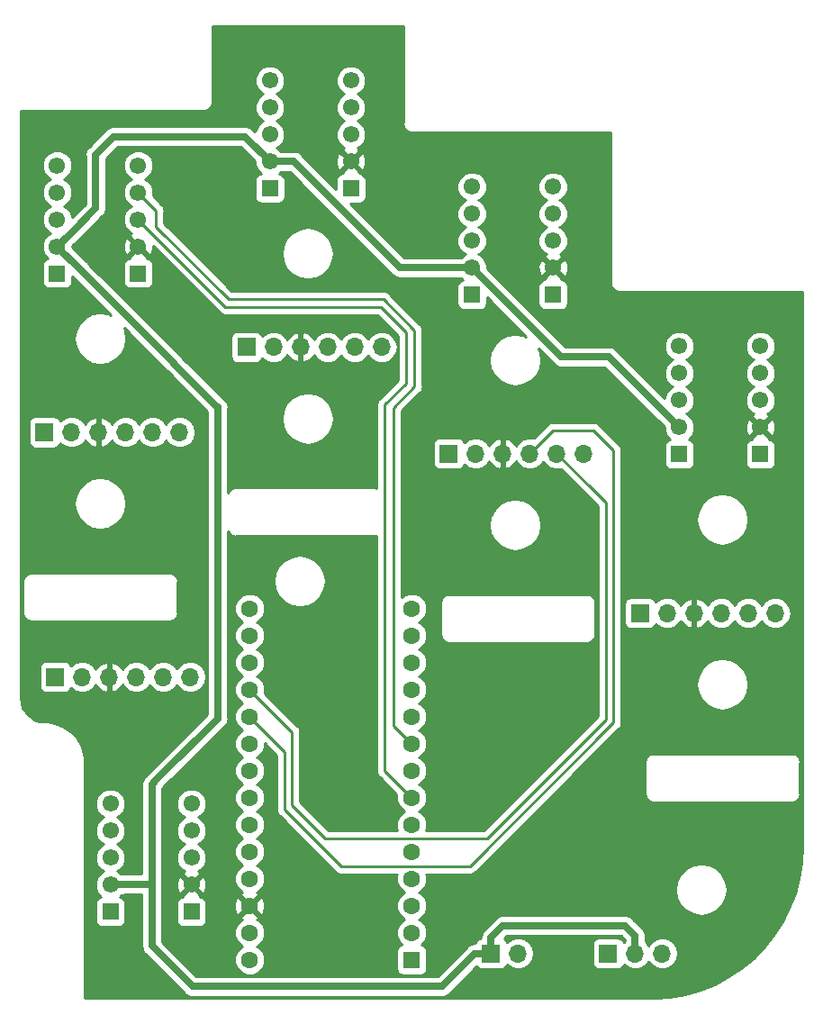
<source format=gbl>
G04 #@! TF.GenerationSoftware,KiCad,Pcbnew,(5.0.2)-1*
G04 #@! TF.CreationDate,2019-03-27T22:14:58+01:00*
G04 #@! TF.ProjectId,DorsalTPMG90,446f7273-616c-4545-904d-4739302e6b69,v01*
G04 #@! TF.SameCoordinates,Original*
G04 #@! TF.FileFunction,Copper,L2,Bot*
G04 #@! TF.FilePolarity,Positive*
%FSLAX46Y46*%
G04 Gerber Fmt 4.6, Leading zero omitted, Abs format (unit mm)*
G04 Created by KiCad (PCBNEW (5.0.2)-1) date 27/03/2019 22:14:58*
%MOMM*%
%LPD*%
G01*
G04 APERTURE LIST*
G04 #@! TA.AperFunction,ComponentPad*
%ADD10C,1.550000*%
G04 #@! TD*
G04 #@! TA.AperFunction,ComponentPad*
%ADD11R,1.550000X1.550000*%
G04 #@! TD*
G04 #@! TA.AperFunction,ComponentPad*
%ADD12R,1.600000X1.600000*%
G04 #@! TD*
G04 #@! TA.AperFunction,ComponentPad*
%ADD13C,1.600000*%
G04 #@! TD*
G04 #@! TA.AperFunction,ComponentPad*
%ADD14R,1.700000X1.700000*%
G04 #@! TD*
G04 #@! TA.AperFunction,ComponentPad*
%ADD15O,1.700000X1.700000*%
G04 #@! TD*
G04 #@! TA.AperFunction,Conductor*
%ADD16C,0.676000*%
G04 #@! TD*
G04 #@! TA.AperFunction,Conductor*
%ADD17C,0.250000*%
G04 #@! TD*
G04 #@! TA.AperFunction,Conductor*
%ADD18C,0.254000*%
G04 #@! TD*
G04 APERTURE END LIST*
D10*
G04 #@! TO.P,U5,9*
G04 #@! TO.N,Vbat*
X114690000Y-66040000D03*
G04 #@! TO.P,U5,8*
G04 #@! TO.N,M24*
X114690000Y-63500000D03*
G04 #@! TO.P,U5,7*
G04 #@! TO.N,M14*
X114690000Y-60960000D03*
G04 #@! TO.P,U5,6*
G04 #@! TO.N,Net-(U5-Pad6)*
X114690000Y-58420000D03*
D11*
G04 #@! TO.P,U5,10*
G04 #@! TO.N,GND*
X114690000Y-68580000D03*
D10*
G04 #@! TO.P,U5,5*
G04 #@! TO.N,Net-(U5-Pad5)*
X122310000Y-58420000D03*
G04 #@! TO.P,U5,4*
G04 #@! TO.N,P7*
X122310000Y-60960000D03*
G04 #@! TO.P,U5,3*
G04 #@! TO.N,P5*
X122310000Y-63500000D03*
G04 #@! TO.P,U5,2*
G04 #@! TO.N,+3V3*
X122310000Y-66040000D03*
D11*
G04 #@! TO.P,U5,1*
G04 #@! TO.N,GND*
X122310000Y-68580000D03*
G04 #@! TD*
D12*
G04 #@! TO.P,U1,1*
G04 #@! TO.N,GND*
X148020000Y-133110000D03*
D13*
G04 #@! TO.P,U1,2*
G04 #@! TO.N,P0*
X148020000Y-130570000D03*
G04 #@! TO.P,U1,3*
G04 #@! TO.N,P1*
X148020000Y-128030000D03*
G04 #@! TO.P,U1,4*
G04 #@! TO.N,P2*
X148020000Y-125490000D03*
G04 #@! TO.P,U1,5*
G04 #@! TO.N,Net-(U1-Pad5)*
X148020000Y-122950000D03*
G04 #@! TO.P,U1,6*
G04 #@! TO.N,Net-(U1-Pad6)*
X148020000Y-120410000D03*
G04 #@! TO.P,U1,7*
G04 #@! TO.N,P5*
X148020000Y-117870000D03*
G04 #@! TO.P,U1,8*
G04 #@! TO.N,P6*
X148020000Y-115330000D03*
G04 #@! TO.P,U1,9*
G04 #@! TO.N,P7*
X148020000Y-112790000D03*
G04 #@! TO.P,U1,10*
G04 #@! TO.N,P8*
X148020000Y-110250000D03*
G04 #@! TO.P,U1,11*
G04 #@! TO.N,P9*
X148020000Y-107710000D03*
G04 #@! TO.P,U1,12*
G04 #@! TO.N,P10*
X148020000Y-105170000D03*
G04 #@! TO.P,U1,13*
G04 #@! TO.N,P11*
X148020000Y-102630000D03*
G04 #@! TO.P,U1,33*
G04 #@! TO.N,Net-(U1-Pad33)*
X132780000Y-133110000D03*
G04 #@! TO.P,U1,32*
G04 #@! TO.N,Net-(U1-Pad32)*
X132780000Y-130570000D03*
G04 #@! TO.P,U1,31*
G04 #@! TO.N,+3V3*
X132780000Y-128030000D03*
G04 #@! TO.P,U1,30*
G04 #@! TO.N,P23*
X132780000Y-125490000D03*
G04 #@! TO.P,U1,29*
G04 #@! TO.N,P22*
X132780000Y-122950000D03*
G04 #@! TO.P,U1,28*
G04 #@! TO.N,P21*
X132780000Y-120410000D03*
G04 #@! TO.P,U1,27*
G04 #@! TO.N,P20*
X132780000Y-117870000D03*
G04 #@! TO.P,U1,26*
G04 #@! TO.N,P19*
X132780000Y-115330000D03*
G04 #@! TO.P,U1,25*
G04 #@! TO.N,P18*
X132780000Y-112790000D03*
G04 #@! TO.P,U1,24*
G04 #@! TO.N,P17*
X132780000Y-110250000D03*
G04 #@! TO.P,U1,23*
G04 #@! TO.N,P16*
X132780000Y-107710000D03*
G04 #@! TO.P,U1,22*
G04 #@! TO.N,P15*
X132780000Y-105170000D03*
G04 #@! TO.P,U1,21*
G04 #@! TO.N,P14*
X132780000Y-102630000D03*
G04 #@! TO.P,U1,14*
G04 #@! TO.N,P12*
X148020000Y-100090000D03*
G04 #@! TO.P,U1,20*
G04 #@! TO.N,Net-(U1-Pad20)*
X132780000Y-100090000D03*
G04 #@! TD*
D14*
G04 #@! TO.P,J1,1*
G04 #@! TO.N,P0*
X166500000Y-132500000D03*
D15*
G04 #@! TO.P,J1,2*
G04 #@! TO.N,Vbat*
X169040000Y-132500000D03*
G04 #@! TO.P,J1,3*
G04 #@! TO.N,GND*
X171580000Y-132500000D03*
G04 #@! TD*
G04 #@! TO.P,J2,6*
G04 #@! TO.N,GND*
X126200000Y-83500000D03*
G04 #@! TO.P,J2,5*
G04 #@! TO.N,P20*
X123660000Y-83500000D03*
G04 #@! TO.P,J2,4*
G04 #@! TO.N,P21*
X121120000Y-83500000D03*
G04 #@! TO.P,J2,3*
G04 #@! TO.N,+3V3*
X118580000Y-83500000D03*
G04 #@! TO.P,J2,2*
G04 #@! TO.N,M24*
X116040000Y-83500000D03*
D14*
G04 #@! TO.P,J2,1*
G04 #@! TO.N,M14*
X113500000Y-83500000D03*
G04 #@! TD*
G04 #@! TO.P,J3,1*
G04 #@! TO.N,M15*
X114500000Y-106500000D03*
D15*
G04 #@! TO.P,J3,2*
G04 #@! TO.N,M25*
X117040000Y-106500000D03*
G04 #@! TO.P,J3,3*
G04 #@! TO.N,+3V3*
X119580000Y-106500000D03*
G04 #@! TO.P,J3,4*
G04 #@! TO.N,P23*
X122120000Y-106500000D03*
G04 #@! TO.P,J3,5*
G04 #@! TO.N,P22*
X124660000Y-106500000D03*
G04 #@! TO.P,J3,6*
G04 #@! TO.N,GND*
X127200000Y-106500000D03*
G04 #@! TD*
D14*
G04 #@! TO.P,J4,1*
G04 #@! TO.N,M11*
X169500000Y-100500000D03*
D15*
G04 #@! TO.P,J4,2*
G04 #@! TO.N,M21*
X172040000Y-100500000D03*
G04 #@! TO.P,J4,3*
G04 #@! TO.N,+3V3*
X174580000Y-100500000D03*
G04 #@! TO.P,J4,4*
G04 #@! TO.N,P15*
X177120000Y-100500000D03*
G04 #@! TO.P,J4,5*
G04 #@! TO.N,P14*
X179660000Y-100500000D03*
G04 #@! TO.P,J4,6*
G04 #@! TO.N,GND*
X182200000Y-100500000D03*
G04 #@! TD*
G04 #@! TO.P,J5,6*
G04 #@! TO.N,GND*
X164200000Y-85500000D03*
G04 #@! TO.P,J5,5*
G04 #@! TO.N,P16*
X161660000Y-85500000D03*
G04 #@! TO.P,J5,4*
G04 #@! TO.N,P17*
X159120000Y-85500000D03*
G04 #@! TO.P,J5,3*
G04 #@! TO.N,+3V3*
X156580000Y-85500000D03*
G04 #@! TO.P,J5,2*
G04 #@! TO.N,M22*
X154040000Y-85500000D03*
D14*
G04 #@! TO.P,J5,1*
G04 #@! TO.N,M12*
X151500000Y-85500000D03*
G04 #@! TD*
G04 #@! TO.P,J6,1*
G04 #@! TO.N,M13*
X132500000Y-75500000D03*
D15*
G04 #@! TO.P,J6,2*
G04 #@! TO.N,M23*
X135040000Y-75500000D03*
G04 #@! TO.P,J6,3*
G04 #@! TO.N,+3V3*
X137580000Y-75500000D03*
G04 #@! TO.P,J6,4*
G04 #@! TO.N,P19*
X140120000Y-75500000D03*
G04 #@! TO.P,J6,5*
G04 #@! TO.N,P18*
X142660000Y-75500000D03*
G04 #@! TO.P,J6,6*
G04 #@! TO.N,GND*
X145200000Y-75500000D03*
G04 #@! TD*
D10*
G04 #@! TO.P,U2,9*
G04 #@! TO.N,Vbat*
X173190000Y-83040000D03*
G04 #@! TO.P,U2,8*
G04 #@! TO.N,M21*
X173190000Y-80500000D03*
G04 #@! TO.P,U2,7*
G04 #@! TO.N,M11*
X173190000Y-77960000D03*
G04 #@! TO.P,U2,6*
G04 #@! TO.N,Net-(U2-Pad6)*
X173190000Y-75420000D03*
D11*
G04 #@! TO.P,U2,10*
G04 #@! TO.N,GND*
X173190000Y-85580000D03*
D10*
G04 #@! TO.P,U2,5*
G04 #@! TO.N,Net-(U2-Pad5)*
X180810000Y-75420000D03*
G04 #@! TO.P,U2,4*
G04 #@! TO.N,P12*
X180810000Y-77960000D03*
G04 #@! TO.P,U2,3*
G04 #@! TO.N,P10*
X180810000Y-80500000D03*
G04 #@! TO.P,U2,2*
G04 #@! TO.N,+3V3*
X180810000Y-83040000D03*
D11*
G04 #@! TO.P,U2,1*
G04 #@! TO.N,GND*
X180810000Y-85580000D03*
G04 #@! TD*
G04 #@! TO.P,U3,1*
G04 #@! TO.N,GND*
X161310000Y-70580000D03*
D10*
G04 #@! TO.P,U3,2*
G04 #@! TO.N,+3V3*
X161310000Y-68040000D03*
G04 #@! TO.P,U3,3*
G04 #@! TO.N,P9*
X161310000Y-65500000D03*
G04 #@! TO.P,U3,4*
G04 #@! TO.N,P11*
X161310000Y-62960000D03*
G04 #@! TO.P,U3,5*
G04 #@! TO.N,Net-(U3-Pad5)*
X161310000Y-60420000D03*
D11*
G04 #@! TO.P,U3,10*
G04 #@! TO.N,GND*
X153690000Y-70580000D03*
D10*
G04 #@! TO.P,U3,6*
G04 #@! TO.N,Net-(U3-Pad6)*
X153690000Y-60420000D03*
G04 #@! TO.P,U3,7*
G04 #@! TO.N,M12*
X153690000Y-62960000D03*
G04 #@! TO.P,U3,8*
G04 #@! TO.N,M22*
X153690000Y-65500000D03*
G04 #@! TO.P,U3,9*
G04 #@! TO.N,Vbat*
X153690000Y-68040000D03*
G04 #@! TD*
D11*
G04 #@! TO.P,U4,1*
G04 #@! TO.N,GND*
X142310000Y-60580000D03*
D10*
G04 #@! TO.P,U4,2*
G04 #@! TO.N,+3V3*
X142310000Y-58040000D03*
G04 #@! TO.P,U4,3*
G04 #@! TO.N,P6*
X142310000Y-55500000D03*
G04 #@! TO.P,U4,4*
G04 #@! TO.N,P8*
X142310000Y-52960000D03*
G04 #@! TO.P,U4,5*
G04 #@! TO.N,Net-(U4-Pad5)*
X142310000Y-50420000D03*
D11*
G04 #@! TO.P,U4,10*
G04 #@! TO.N,GND*
X134690000Y-60580000D03*
D10*
G04 #@! TO.P,U4,6*
G04 #@! TO.N,Net-(U4-Pad6)*
X134690000Y-50420000D03*
G04 #@! TO.P,U4,7*
G04 #@! TO.N,M13*
X134690000Y-52960000D03*
G04 #@! TO.P,U4,8*
G04 #@! TO.N,M23*
X134690000Y-55500000D03*
G04 #@! TO.P,U4,9*
G04 #@! TO.N,Vbat*
X134690000Y-58040000D03*
G04 #@! TD*
G04 #@! TO.P,U6,9*
G04 #@! TO.N,Vbat*
X119690000Y-126040000D03*
G04 #@! TO.P,U6,8*
G04 #@! TO.N,M25*
X119690000Y-123500000D03*
G04 #@! TO.P,U6,7*
G04 #@! TO.N,M15*
X119690000Y-120960000D03*
G04 #@! TO.P,U6,6*
G04 #@! TO.N,Net-(U6-Pad6)*
X119690000Y-118420000D03*
D11*
G04 #@! TO.P,U6,10*
G04 #@! TO.N,GND*
X119690000Y-128580000D03*
D10*
G04 #@! TO.P,U6,5*
G04 #@! TO.N,Net-(U6-Pad5)*
X127310000Y-118420000D03*
G04 #@! TO.P,U6,4*
G04 #@! TO.N,P2*
X127310000Y-120960000D03*
G04 #@! TO.P,U6,3*
G04 #@! TO.N,P1*
X127310000Y-123500000D03*
G04 #@! TO.P,U6,2*
G04 #@! TO.N,+3V3*
X127310000Y-126040000D03*
D11*
G04 #@! TO.P,U6,1*
G04 #@! TO.N,GND*
X127310000Y-128580000D03*
G04 #@! TD*
D14*
G04 #@! TO.P,J7,1*
G04 #@! TO.N,Vbat*
X155500000Y-132500000D03*
D15*
G04 #@! TO.P,J7,2*
G04 #@! TO.N,GND*
X158040000Y-132500000D03*
G04 #@! TD*
D16*
G04 #@! TO.N,Vbat*
X153974000Y-132500000D02*
X150874000Y-135600000D01*
X155500000Y-132500000D02*
X153974000Y-132500000D01*
X150874000Y-135600000D02*
X127400000Y-135600000D01*
X127400000Y-135600000D02*
X123600000Y-131800000D01*
X120826015Y-126000000D02*
X123600000Y-126000000D01*
X120786015Y-126040000D02*
X120826015Y-126000000D01*
X119690000Y-126040000D02*
X120786015Y-126040000D01*
X123600000Y-131800000D02*
X123600000Y-126000000D01*
X146940000Y-68040000D02*
X153690000Y-68040000D01*
X134690000Y-58040000D02*
X136940000Y-58040000D01*
X136940000Y-58040000D02*
X146940000Y-68040000D01*
X153690000Y-68040000D02*
X162050000Y-76400000D01*
X172415001Y-82265001D02*
X173190000Y-83040000D01*
X166550000Y-76400000D02*
X172415001Y-82265001D01*
X162050000Y-76400000D02*
X166550000Y-76400000D01*
X129800000Y-110400000D02*
X129800000Y-106800000D01*
X124000000Y-116200000D02*
X129800000Y-110400000D01*
X129800000Y-107700000D02*
X129800000Y-106800000D01*
X124000000Y-116200000D02*
X123600000Y-116600000D01*
X123600000Y-126000000D02*
X123600000Y-116600000D01*
X169040000Y-130840000D02*
X169040000Y-132500000D01*
X168100000Y-129900000D02*
X169040000Y-130840000D01*
X156574000Y-129900000D02*
X168100000Y-129900000D01*
X155500000Y-132500000D02*
X155500000Y-130974000D01*
X155500000Y-130974000D02*
X156574000Y-129900000D01*
X118300000Y-57400000D02*
X120000000Y-55700000D01*
X120000000Y-55700000D02*
X132350000Y-55700000D01*
X132350000Y-55700000D02*
X134690000Y-58040000D01*
X116810900Y-68160900D02*
X114690000Y-66040000D01*
X116810900Y-68160900D02*
X116810900Y-68180060D01*
X116810900Y-68180060D02*
X125646180Y-77015340D01*
X125646180Y-77015340D02*
X125646180Y-77035660D01*
X129750820Y-81140300D02*
X129800000Y-81140300D01*
X125646180Y-77035660D02*
X129750820Y-81140300D01*
X129800000Y-106800000D02*
X129800000Y-81140300D01*
X116057001Y-64672999D02*
X116075941Y-64672999D01*
X114690000Y-66040000D02*
X116057001Y-64672999D01*
X118300000Y-62448940D02*
X118300000Y-57400000D01*
X116075941Y-64672999D02*
X118300000Y-62448940D01*
D17*
G04 #@! TO.N,P16*
X165000000Y-88840000D02*
X161660000Y-85500000D01*
X165500000Y-89340000D02*
X165000000Y-88840000D01*
X155100000Y-121700000D02*
X152500000Y-121700000D01*
X152500000Y-121700000D02*
X152800000Y-121700000D01*
X165000000Y-88840000D02*
X165040000Y-88840000D01*
X165040000Y-88840000D02*
X166300000Y-90100000D01*
X166300000Y-90100000D02*
X166300000Y-110500000D01*
X166300000Y-110500000D02*
X155100000Y-121700000D01*
X136770000Y-118570000D02*
X136770000Y-111700000D01*
X139900000Y-121700000D02*
X136770000Y-118570000D01*
X152500000Y-121700000D02*
X139900000Y-121700000D01*
X132780000Y-107710000D02*
X136770000Y-111700000D01*
G04 #@! TO.N,P17*
X136100000Y-113570000D02*
X136100000Y-119000000D01*
X132780000Y-110250000D02*
X136100000Y-113570000D01*
X136100000Y-119000000D02*
X141400000Y-124300000D01*
X153500000Y-124300000D02*
X167000000Y-110800000D01*
X165100000Y-83300000D02*
X167000000Y-85200000D01*
X161320000Y-83300000D02*
X165100000Y-83300000D01*
X159120000Y-85500000D02*
X161320000Y-83300000D01*
X167000000Y-110800000D02*
X167000000Y-85200000D01*
X153500000Y-124300000D02*
X141400000Y-124300000D01*
G04 #@! TO.N,P7*
X124000000Y-62650000D02*
X122310000Y-60960000D01*
X124000000Y-64200000D02*
X124000000Y-62650000D01*
X130800000Y-71000000D02*
X124000000Y-64200000D01*
X148020000Y-112790000D02*
X146300000Y-111070000D01*
X146300000Y-81200000D02*
X148300000Y-79200000D01*
X148300000Y-79200000D02*
X148300000Y-73900000D01*
X148300000Y-73900000D02*
X145400000Y-71000000D01*
X146300000Y-111070000D02*
X146300000Y-81200000D01*
X145400000Y-71000000D02*
X130800000Y-71000000D01*
G04 #@! TO.N,P5*
X130510000Y-71700000D02*
X122310000Y-63500000D01*
X145500000Y-115350000D02*
X145500000Y-80900000D01*
X148020000Y-117870000D02*
X145500000Y-115350000D01*
X145500000Y-80900000D02*
X147500000Y-78900000D01*
X147500000Y-78900000D02*
X147500000Y-74100000D01*
X147500000Y-74100000D02*
X145100000Y-71700000D01*
X145100000Y-71700000D02*
X130510000Y-71700000D01*
G04 #@! TD*
D18*
G04 #@! TO.N,+3V3*
G36*
X147215001Y-54422679D02*
X147199621Y-54500000D01*
X147260546Y-54806292D01*
X147434047Y-55065953D01*
X147693708Y-55239454D01*
X147922684Y-55285000D01*
X148000000Y-55300379D01*
X148077316Y-55285000D01*
X166715000Y-55285000D01*
X166715001Y-69422679D01*
X166699621Y-69500000D01*
X166760546Y-69806292D01*
X166934047Y-70065953D01*
X167193708Y-70239454D01*
X167422684Y-70285000D01*
X167500000Y-70300379D01*
X167577316Y-70285000D01*
X184715000Y-70285000D01*
X184715001Y-122479762D01*
X184638664Y-123961094D01*
X184413581Y-125406697D01*
X184041091Y-126821512D01*
X183525144Y-128190538D01*
X182871205Y-129499278D01*
X182086191Y-130733881D01*
X181178437Y-131881236D01*
X180157553Y-132929204D01*
X179034349Y-133866684D01*
X177820729Y-134683741D01*
X176529553Y-135371717D01*
X175174495Y-135923328D01*
X173769920Y-136332723D01*
X172330699Y-136595571D01*
X170857022Y-136710259D01*
X170494843Y-136715000D01*
X117285000Y-136715000D01*
X117285000Y-114422684D01*
X117278143Y-114388211D01*
X117234479Y-113898964D01*
X117227976Y-113867701D01*
X117226249Y-113835806D01*
X117203884Y-113741200D01*
X117002477Y-113076207D01*
X116985520Y-113037208D01*
X116973509Y-112996398D01*
X116929980Y-112909475D01*
X116580994Y-112308651D01*
X116555518Y-112274597D01*
X116534442Y-112237646D01*
X116472084Y-112163067D01*
X115994239Y-111658644D01*
X115961612Y-111631363D01*
X115932602Y-111600254D01*
X115854760Y-111542021D01*
X115273688Y-111161053D01*
X115235658Y-111142009D01*
X115200270Y-111118408D01*
X115111119Y-111079644D01*
X114457991Y-110842570D01*
X114416600Y-110832786D01*
X114376732Y-110817959D01*
X114281055Y-110800744D01*
X113590906Y-110720281D01*
X112991663Y-110650416D01*
X112510594Y-110475797D01*
X112082601Y-110195192D01*
X111730637Y-109823652D01*
X111473588Y-109381108D01*
X111322124Y-108881016D01*
X111285000Y-108465043D01*
X111285000Y-105650000D01*
X113002560Y-105650000D01*
X113002560Y-107350000D01*
X113051843Y-107597765D01*
X113192191Y-107807809D01*
X113402235Y-107948157D01*
X113650000Y-107997440D01*
X115350000Y-107997440D01*
X115597765Y-107948157D01*
X115807809Y-107807809D01*
X115948157Y-107597765D01*
X115957184Y-107552381D01*
X115969375Y-107570625D01*
X116460582Y-107898839D01*
X116893744Y-107985000D01*
X117186256Y-107985000D01*
X117619418Y-107898839D01*
X118110625Y-107570625D01*
X118323843Y-107251522D01*
X118384817Y-107381358D01*
X118813076Y-107771645D01*
X119223110Y-107941476D01*
X119453000Y-107820155D01*
X119453000Y-106627000D01*
X119433000Y-106627000D01*
X119433000Y-106373000D01*
X119453000Y-106373000D01*
X119453000Y-105179845D01*
X119707000Y-105179845D01*
X119707000Y-106373000D01*
X119727000Y-106373000D01*
X119727000Y-106627000D01*
X119707000Y-106627000D01*
X119707000Y-107820155D01*
X119936890Y-107941476D01*
X120346924Y-107771645D01*
X120775183Y-107381358D01*
X120836157Y-107251522D01*
X121049375Y-107570625D01*
X121540582Y-107898839D01*
X121973744Y-107985000D01*
X122266256Y-107985000D01*
X122699418Y-107898839D01*
X123190625Y-107570625D01*
X123390000Y-107272239D01*
X123589375Y-107570625D01*
X124080582Y-107898839D01*
X124513744Y-107985000D01*
X124806256Y-107985000D01*
X125239418Y-107898839D01*
X125730625Y-107570625D01*
X125930000Y-107272239D01*
X126129375Y-107570625D01*
X126620582Y-107898839D01*
X127053744Y-107985000D01*
X127346256Y-107985000D01*
X127779418Y-107898839D01*
X128270625Y-107570625D01*
X128598839Y-107079418D01*
X128714092Y-106500000D01*
X128598839Y-105920582D01*
X128270625Y-105429375D01*
X127779418Y-105101161D01*
X127346256Y-105015000D01*
X127053744Y-105015000D01*
X126620582Y-105101161D01*
X126129375Y-105429375D01*
X125930000Y-105727761D01*
X125730625Y-105429375D01*
X125239418Y-105101161D01*
X124806256Y-105015000D01*
X124513744Y-105015000D01*
X124080582Y-105101161D01*
X123589375Y-105429375D01*
X123390000Y-105727761D01*
X123190625Y-105429375D01*
X122699418Y-105101161D01*
X122266256Y-105015000D01*
X121973744Y-105015000D01*
X121540582Y-105101161D01*
X121049375Y-105429375D01*
X120836157Y-105748478D01*
X120775183Y-105618642D01*
X120346924Y-105228355D01*
X119936890Y-105058524D01*
X119707000Y-105179845D01*
X119453000Y-105179845D01*
X119223110Y-105058524D01*
X118813076Y-105228355D01*
X118384817Y-105618642D01*
X118323843Y-105748478D01*
X118110625Y-105429375D01*
X117619418Y-105101161D01*
X117186256Y-105015000D01*
X116893744Y-105015000D01*
X116460582Y-105101161D01*
X115969375Y-105429375D01*
X115957184Y-105447619D01*
X115948157Y-105402235D01*
X115807809Y-105192191D01*
X115597765Y-105051843D01*
X115350000Y-105002560D01*
X113650000Y-105002560D01*
X113402235Y-105051843D01*
X113192191Y-105192191D01*
X113051843Y-105402235D01*
X113002560Y-105650000D01*
X111285000Y-105650000D01*
X111285000Y-97500000D01*
X111449621Y-97500000D01*
X111465001Y-97577321D01*
X111465000Y-100422684D01*
X111449621Y-100500000D01*
X111510546Y-100806292D01*
X111684047Y-101065953D01*
X111943708Y-101239454D01*
X112250000Y-101300379D01*
X112327316Y-101285000D01*
X125172684Y-101285000D01*
X125250000Y-101300379D01*
X125556292Y-101239454D01*
X125815953Y-101065953D01*
X125989454Y-100806292D01*
X126035000Y-100577316D01*
X126035000Y-100577315D01*
X126050379Y-100500000D01*
X126035000Y-100422684D01*
X126035000Y-97577316D01*
X126050379Y-97500000D01*
X125989454Y-97193708D01*
X125815953Y-96934047D01*
X125556292Y-96760546D01*
X125327316Y-96715000D01*
X125250000Y-96699621D01*
X125172684Y-96715000D01*
X112327316Y-96715000D01*
X112250000Y-96699621D01*
X112172684Y-96715000D01*
X111943708Y-96760546D01*
X111684047Y-96934047D01*
X111510546Y-97193708D01*
X111449621Y-97500000D01*
X111285000Y-97500000D01*
X111285000Y-90200000D01*
X116295000Y-90200000D01*
X116415156Y-90958637D01*
X116763863Y-91643013D01*
X117306987Y-92186137D01*
X117991363Y-92534844D01*
X118750000Y-92655000D01*
X119508637Y-92534844D01*
X120193013Y-92186137D01*
X120736137Y-91643013D01*
X121084844Y-90958637D01*
X121205000Y-90200000D01*
X121084844Y-89441363D01*
X120736137Y-88756987D01*
X120193013Y-88213863D01*
X119508637Y-87865156D01*
X118750000Y-87745000D01*
X117991363Y-87865156D01*
X117306987Y-88213863D01*
X116763863Y-88756987D01*
X116415156Y-89441363D01*
X116295000Y-90200000D01*
X111285000Y-90200000D01*
X111285000Y-82650000D01*
X112002560Y-82650000D01*
X112002560Y-84350000D01*
X112051843Y-84597765D01*
X112192191Y-84807809D01*
X112402235Y-84948157D01*
X112650000Y-84997440D01*
X114350000Y-84997440D01*
X114597765Y-84948157D01*
X114807809Y-84807809D01*
X114948157Y-84597765D01*
X114957184Y-84552381D01*
X114969375Y-84570625D01*
X115460582Y-84898839D01*
X115893744Y-84985000D01*
X116186256Y-84985000D01*
X116619418Y-84898839D01*
X117110625Y-84570625D01*
X117323843Y-84251522D01*
X117384817Y-84381358D01*
X117813076Y-84771645D01*
X118223110Y-84941476D01*
X118453000Y-84820155D01*
X118453000Y-83627000D01*
X118433000Y-83627000D01*
X118433000Y-83373000D01*
X118453000Y-83373000D01*
X118453000Y-82179845D01*
X118707000Y-82179845D01*
X118707000Y-83373000D01*
X118727000Y-83373000D01*
X118727000Y-83627000D01*
X118707000Y-83627000D01*
X118707000Y-84820155D01*
X118936890Y-84941476D01*
X119346924Y-84771645D01*
X119775183Y-84381358D01*
X119836157Y-84251522D01*
X120049375Y-84570625D01*
X120540582Y-84898839D01*
X120973744Y-84985000D01*
X121266256Y-84985000D01*
X121699418Y-84898839D01*
X122190625Y-84570625D01*
X122390000Y-84272239D01*
X122589375Y-84570625D01*
X123080582Y-84898839D01*
X123513744Y-84985000D01*
X123806256Y-84985000D01*
X124239418Y-84898839D01*
X124730625Y-84570625D01*
X124930000Y-84272239D01*
X125129375Y-84570625D01*
X125620582Y-84898839D01*
X126053744Y-84985000D01*
X126346256Y-84985000D01*
X126779418Y-84898839D01*
X127270625Y-84570625D01*
X127598839Y-84079418D01*
X127714092Y-83500000D01*
X127598839Y-82920582D01*
X127270625Y-82429375D01*
X126779418Y-82101161D01*
X126346256Y-82015000D01*
X126053744Y-82015000D01*
X125620582Y-82101161D01*
X125129375Y-82429375D01*
X124930000Y-82727761D01*
X124730625Y-82429375D01*
X124239418Y-82101161D01*
X123806256Y-82015000D01*
X123513744Y-82015000D01*
X123080582Y-82101161D01*
X122589375Y-82429375D01*
X122390000Y-82727761D01*
X122190625Y-82429375D01*
X121699418Y-82101161D01*
X121266256Y-82015000D01*
X120973744Y-82015000D01*
X120540582Y-82101161D01*
X120049375Y-82429375D01*
X119836157Y-82748478D01*
X119775183Y-82618642D01*
X119346924Y-82228355D01*
X118936890Y-82058524D01*
X118707000Y-82179845D01*
X118453000Y-82179845D01*
X118223110Y-82058524D01*
X117813076Y-82228355D01*
X117384817Y-82618642D01*
X117323843Y-82748478D01*
X117110625Y-82429375D01*
X116619418Y-82101161D01*
X116186256Y-82015000D01*
X115893744Y-82015000D01*
X115460582Y-82101161D01*
X114969375Y-82429375D01*
X114957184Y-82447619D01*
X114948157Y-82402235D01*
X114807809Y-82192191D01*
X114597765Y-82051843D01*
X114350000Y-82002560D01*
X112650000Y-82002560D01*
X112402235Y-82051843D01*
X112192191Y-82192191D01*
X112051843Y-82402235D01*
X112002560Y-82650000D01*
X111285000Y-82650000D01*
X111285000Y-67805000D01*
X113267560Y-67805000D01*
X113267560Y-69355000D01*
X113316843Y-69602765D01*
X113457191Y-69812809D01*
X113667235Y-69953157D01*
X113915000Y-70002440D01*
X115465000Y-70002440D01*
X115712765Y-69953157D01*
X115922809Y-69812809D01*
X116063157Y-69602765D01*
X116112440Y-69355000D01*
X116112440Y-68883581D01*
X116190651Y-68935840D01*
X119735620Y-72480810D01*
X119508637Y-72365156D01*
X118750000Y-72245000D01*
X117991363Y-72365156D01*
X117306987Y-72713863D01*
X116763863Y-73256987D01*
X116415156Y-73941363D01*
X116295000Y-74700000D01*
X116415156Y-75458637D01*
X116763863Y-76143013D01*
X117306987Y-76686137D01*
X117991363Y-77034844D01*
X118750000Y-77155000D01*
X119508637Y-77034844D01*
X120193013Y-76686137D01*
X120736137Y-76143013D01*
X121084844Y-75458637D01*
X121205000Y-74700000D01*
X121084844Y-73941363D01*
X120969190Y-73714380D01*
X124849484Y-77594674D01*
X124944686Y-77737154D01*
X125025931Y-77791440D01*
X128827001Y-81592511D01*
X128827000Y-106895831D01*
X128827001Y-106895835D01*
X128827000Y-107795831D01*
X128827001Y-107795835D01*
X128827000Y-109996970D01*
X123379749Y-115444222D01*
X122979750Y-115844221D01*
X122898507Y-115898506D01*
X122844222Y-115979749D01*
X122683454Y-116220355D01*
X122607938Y-116600000D01*
X122627001Y-116695836D01*
X122627000Y-125027000D01*
X120921846Y-125027000D01*
X120826015Y-125007938D01*
X120730184Y-125027000D01*
X120730183Y-125027000D01*
X120680854Y-125036812D01*
X120488701Y-124844659D01*
X120308458Y-124770000D01*
X120488701Y-124695341D01*
X120885341Y-124298701D01*
X121100000Y-123780467D01*
X121100000Y-123219533D01*
X120885341Y-122701299D01*
X120488701Y-122304659D01*
X120308458Y-122230000D01*
X120488701Y-122155341D01*
X120885341Y-121758701D01*
X121100000Y-121240467D01*
X121100000Y-120679533D01*
X120885341Y-120161299D01*
X120488701Y-119764659D01*
X120308458Y-119690000D01*
X120488701Y-119615341D01*
X120885341Y-119218701D01*
X121100000Y-118700467D01*
X121100000Y-118139533D01*
X120885341Y-117621299D01*
X120488701Y-117224659D01*
X119970467Y-117010000D01*
X119409533Y-117010000D01*
X118891299Y-117224659D01*
X118494659Y-117621299D01*
X118280000Y-118139533D01*
X118280000Y-118700467D01*
X118494659Y-119218701D01*
X118891299Y-119615341D01*
X119071542Y-119690000D01*
X118891299Y-119764659D01*
X118494659Y-120161299D01*
X118280000Y-120679533D01*
X118280000Y-121240467D01*
X118494659Y-121758701D01*
X118891299Y-122155341D01*
X119071542Y-122230000D01*
X118891299Y-122304659D01*
X118494659Y-122701299D01*
X118280000Y-123219533D01*
X118280000Y-123780467D01*
X118494659Y-124298701D01*
X118891299Y-124695341D01*
X119071542Y-124770000D01*
X118891299Y-124844659D01*
X118494659Y-125241299D01*
X118280000Y-125759533D01*
X118280000Y-126320467D01*
X118494659Y-126838701D01*
X118830355Y-127174397D01*
X118667235Y-127206843D01*
X118457191Y-127347191D01*
X118316843Y-127557235D01*
X118267560Y-127805000D01*
X118267560Y-129355000D01*
X118316843Y-129602765D01*
X118457191Y-129812809D01*
X118667235Y-129953157D01*
X118915000Y-130002440D01*
X120465000Y-130002440D01*
X120712765Y-129953157D01*
X120922809Y-129812809D01*
X121063157Y-129602765D01*
X121112440Y-129355000D01*
X121112440Y-127805000D01*
X121063157Y-127557235D01*
X120922809Y-127347191D01*
X120712765Y-127206843D01*
X120549645Y-127174397D01*
X120707581Y-127016461D01*
X120786015Y-127032062D01*
X120881846Y-127013000D01*
X120881847Y-127013000D01*
X121082941Y-126973000D01*
X122627001Y-126973000D01*
X122627000Y-131704169D01*
X122607938Y-131800000D01*
X122672224Y-132123188D01*
X122683454Y-132179645D01*
X122898506Y-132501494D01*
X122979751Y-132555780D01*
X126644221Y-136220251D01*
X126698506Y-136301494D01*
X127020354Y-136516546D01*
X127292083Y-136570596D01*
X127400000Y-136592062D01*
X127495831Y-136573000D01*
X150778169Y-136573000D01*
X150874000Y-136592062D01*
X150969831Y-136573000D01*
X150969832Y-136573000D01*
X151253646Y-136516546D01*
X151575494Y-136301494D01*
X151629780Y-136220249D01*
X154132121Y-133717909D01*
X154192191Y-133807809D01*
X154402235Y-133948157D01*
X154650000Y-133997440D01*
X156350000Y-133997440D01*
X156597765Y-133948157D01*
X156807809Y-133807809D01*
X156948157Y-133597765D01*
X156957184Y-133552381D01*
X156969375Y-133570625D01*
X157460582Y-133898839D01*
X157893744Y-133985000D01*
X158186256Y-133985000D01*
X158619418Y-133898839D01*
X159110625Y-133570625D01*
X159438839Y-133079418D01*
X159554092Y-132500000D01*
X159438839Y-131920582D01*
X159110625Y-131429375D01*
X158619418Y-131101161D01*
X158186256Y-131015000D01*
X157893744Y-131015000D01*
X157460582Y-131101161D01*
X156969375Y-131429375D01*
X156957184Y-131447619D01*
X156948157Y-131402235D01*
X156807809Y-131192191D01*
X156717909Y-131132121D01*
X156977030Y-130873000D01*
X167696971Y-130873000D01*
X168067000Y-131243030D01*
X168067000Y-131364144D01*
X167969375Y-131429375D01*
X167957184Y-131447619D01*
X167948157Y-131402235D01*
X167807809Y-131192191D01*
X167597765Y-131051843D01*
X167350000Y-131002560D01*
X165650000Y-131002560D01*
X165402235Y-131051843D01*
X165192191Y-131192191D01*
X165051843Y-131402235D01*
X165002560Y-131650000D01*
X165002560Y-133350000D01*
X165051843Y-133597765D01*
X165192191Y-133807809D01*
X165402235Y-133948157D01*
X165650000Y-133997440D01*
X167350000Y-133997440D01*
X167597765Y-133948157D01*
X167807809Y-133807809D01*
X167948157Y-133597765D01*
X167957184Y-133552381D01*
X167969375Y-133570625D01*
X168460582Y-133898839D01*
X168893744Y-133985000D01*
X169186256Y-133985000D01*
X169619418Y-133898839D01*
X170110625Y-133570625D01*
X170310000Y-133272239D01*
X170509375Y-133570625D01*
X171000582Y-133898839D01*
X171433744Y-133985000D01*
X171726256Y-133985000D01*
X172159418Y-133898839D01*
X172650625Y-133570625D01*
X172978839Y-133079418D01*
X173094092Y-132500000D01*
X172978839Y-131920582D01*
X172650625Y-131429375D01*
X172159418Y-131101161D01*
X171726256Y-131015000D01*
X171433744Y-131015000D01*
X171000582Y-131101161D01*
X170509375Y-131429375D01*
X170310000Y-131727761D01*
X170110625Y-131429375D01*
X170013000Y-131364144D01*
X170013000Y-130935831D01*
X170032062Y-130840000D01*
X169995976Y-130658580D01*
X169956546Y-130460354D01*
X169741494Y-130138506D01*
X169660252Y-130084222D01*
X168855780Y-129279751D01*
X168801494Y-129198506D01*
X168479646Y-128983454D01*
X168195832Y-128927000D01*
X168195831Y-128927000D01*
X168100000Y-128907938D01*
X168004169Y-128927000D01*
X156669829Y-128927000D01*
X156573999Y-128907938D01*
X156478169Y-128927000D01*
X156478168Y-128927000D01*
X156194354Y-128983454D01*
X155872506Y-129198506D01*
X155818221Y-129279749D01*
X154879749Y-130218222D01*
X154798507Y-130272506D01*
X154744222Y-130353749D01*
X154583454Y-130594355D01*
X154507938Y-130974000D01*
X154518810Y-131028655D01*
X154402235Y-131051843D01*
X154192191Y-131192191D01*
X154051843Y-131402235D01*
X154028655Y-131518810D01*
X153973999Y-131507938D01*
X153594354Y-131583454D01*
X153272506Y-131798506D01*
X153218221Y-131879749D01*
X150470971Y-134627000D01*
X127803030Y-134627000D01*
X124573000Y-131396971D01*
X124573000Y-130284561D01*
X131345000Y-130284561D01*
X131345000Y-130855439D01*
X131563466Y-131382862D01*
X131967138Y-131786534D01*
X132096216Y-131840000D01*
X131967138Y-131893466D01*
X131563466Y-132297138D01*
X131345000Y-132824561D01*
X131345000Y-133395439D01*
X131563466Y-133922862D01*
X131967138Y-134326534D01*
X132494561Y-134545000D01*
X133065439Y-134545000D01*
X133592862Y-134326534D01*
X133996534Y-133922862D01*
X134215000Y-133395439D01*
X134215000Y-132824561D01*
X133996534Y-132297138D01*
X133592862Y-131893466D01*
X133463784Y-131840000D01*
X133592862Y-131786534D01*
X133996534Y-131382862D01*
X134215000Y-130855439D01*
X134215000Y-130284561D01*
X133996534Y-129757138D01*
X133592862Y-129353466D01*
X133479417Y-129306475D01*
X133534005Y-129283864D01*
X133608139Y-129037745D01*
X132780000Y-128209605D01*
X131951861Y-129037745D01*
X132025995Y-129283864D01*
X132084448Y-129304874D01*
X131967138Y-129353466D01*
X131563466Y-129757138D01*
X131345000Y-130284561D01*
X124573000Y-130284561D01*
X124573000Y-127805000D01*
X125887560Y-127805000D01*
X125887560Y-129355000D01*
X125936843Y-129602765D01*
X126077191Y-129812809D01*
X126287235Y-129953157D01*
X126535000Y-130002440D01*
X128085000Y-130002440D01*
X128332765Y-129953157D01*
X128542809Y-129812809D01*
X128683157Y-129602765D01*
X128732440Y-129355000D01*
X128732440Y-127813223D01*
X131333035Y-127813223D01*
X131360222Y-128383454D01*
X131526136Y-128784005D01*
X131772255Y-128858139D01*
X132600395Y-128030000D01*
X132959605Y-128030000D01*
X133787745Y-128858139D01*
X134033864Y-128784005D01*
X134226965Y-128246777D01*
X134199778Y-127676546D01*
X134033864Y-127275995D01*
X133787745Y-127201861D01*
X132959605Y-128030000D01*
X132600395Y-128030000D01*
X131772255Y-127201861D01*
X131526136Y-127275995D01*
X131333035Y-127813223D01*
X128732440Y-127813223D01*
X128732440Y-127805000D01*
X128683157Y-127557235D01*
X128542809Y-127347191D01*
X128332765Y-127206843D01*
X128085000Y-127157560D01*
X128082698Y-127157560D01*
X128120028Y-127029633D01*
X127310000Y-126219605D01*
X126499972Y-127029633D01*
X126537302Y-127157560D01*
X126535000Y-127157560D01*
X126287235Y-127206843D01*
X126077191Y-127347191D01*
X125936843Y-127557235D01*
X125887560Y-127805000D01*
X124573000Y-127805000D01*
X124573000Y-126095831D01*
X124592062Y-126000000D01*
X124573000Y-125904168D01*
X124573000Y-125829197D01*
X125887916Y-125829197D01*
X125915494Y-126389451D01*
X126076837Y-126778965D01*
X126320367Y-126850028D01*
X127130395Y-126040000D01*
X127489605Y-126040000D01*
X128299633Y-126850028D01*
X128543163Y-126778965D01*
X128732084Y-126250803D01*
X128704506Y-125690549D01*
X128543163Y-125301035D01*
X128299633Y-125229972D01*
X127489605Y-126040000D01*
X127130395Y-126040000D01*
X126320367Y-125229972D01*
X126076837Y-125301035D01*
X125887916Y-125829197D01*
X124573000Y-125829197D01*
X124573000Y-118139533D01*
X125900000Y-118139533D01*
X125900000Y-118700467D01*
X126114659Y-119218701D01*
X126511299Y-119615341D01*
X126691542Y-119690000D01*
X126511299Y-119764659D01*
X126114659Y-120161299D01*
X125900000Y-120679533D01*
X125900000Y-121240467D01*
X126114659Y-121758701D01*
X126511299Y-122155341D01*
X126691542Y-122230000D01*
X126511299Y-122304659D01*
X126114659Y-122701299D01*
X125900000Y-123219533D01*
X125900000Y-123780467D01*
X126114659Y-124298701D01*
X126511299Y-124695341D01*
X126675754Y-124763461D01*
X126571035Y-124806837D01*
X126499972Y-125050367D01*
X127310000Y-125860395D01*
X128120028Y-125050367D01*
X128048965Y-124806837D01*
X127936578Y-124766637D01*
X128108701Y-124695341D01*
X128505341Y-124298701D01*
X128720000Y-123780467D01*
X128720000Y-123219533D01*
X128505341Y-122701299D01*
X128108701Y-122304659D01*
X127928458Y-122230000D01*
X128108701Y-122155341D01*
X128505341Y-121758701D01*
X128720000Y-121240467D01*
X128720000Y-120679533D01*
X128505341Y-120161299D01*
X128108701Y-119764659D01*
X127928458Y-119690000D01*
X128108701Y-119615341D01*
X128505341Y-119218701D01*
X128720000Y-118700467D01*
X128720000Y-118139533D01*
X128505341Y-117621299D01*
X128108701Y-117224659D01*
X127590467Y-117010000D01*
X127029533Y-117010000D01*
X126511299Y-117224659D01*
X126114659Y-117621299D01*
X125900000Y-118139533D01*
X124573000Y-118139533D01*
X124573000Y-117003029D01*
X124755778Y-116820251D01*
X130420252Y-111155778D01*
X130501494Y-111101494D01*
X130716546Y-110779646D01*
X130773000Y-110495832D01*
X130773000Y-110495831D01*
X130792062Y-110400000D01*
X130773000Y-110304169D01*
X130773000Y-97500000D01*
X135045000Y-97500000D01*
X135165156Y-98258637D01*
X135513863Y-98943013D01*
X136056987Y-99486137D01*
X136741363Y-99834844D01*
X137500000Y-99955000D01*
X138258637Y-99834844D01*
X138943013Y-99486137D01*
X139486137Y-98943013D01*
X139834844Y-98258637D01*
X139955000Y-97500000D01*
X139834844Y-96741363D01*
X139486137Y-96056987D01*
X138943013Y-95513863D01*
X138258637Y-95165156D01*
X137500000Y-95045000D01*
X136741363Y-95165156D01*
X136056987Y-95513863D01*
X135513863Y-96056987D01*
X135165156Y-96741363D01*
X135045000Y-97500000D01*
X130773000Y-97500000D01*
X130773000Y-92824931D01*
X130905122Y-93022664D01*
X130934047Y-93065953D01*
X131193708Y-93239454D01*
X131500000Y-93300379D01*
X131577316Y-93285000D01*
X144422684Y-93285000D01*
X144500000Y-93300379D01*
X144740001Y-93252640D01*
X144740000Y-115275153D01*
X144725112Y-115350000D01*
X144740000Y-115424847D01*
X144740000Y-115424851D01*
X144784096Y-115646536D01*
X144952071Y-115897929D01*
X145015530Y-115940331D01*
X146606897Y-117531698D01*
X146585000Y-117584561D01*
X146585000Y-118155439D01*
X146803466Y-118682862D01*
X147207138Y-119086534D01*
X147336216Y-119140000D01*
X147207138Y-119193466D01*
X146803466Y-119597138D01*
X146585000Y-120124561D01*
X146585000Y-120695439D01*
X146686301Y-120940000D01*
X140214803Y-120940000D01*
X137530000Y-118255199D01*
X137530000Y-111774846D01*
X137544888Y-111699999D01*
X137530000Y-111625152D01*
X137530000Y-111625148D01*
X137485904Y-111403463D01*
X137317929Y-111152071D01*
X137254473Y-111109671D01*
X134193103Y-108048302D01*
X134215000Y-107995439D01*
X134215000Y-107424561D01*
X133996534Y-106897138D01*
X133592862Y-106493466D01*
X133463784Y-106440000D01*
X133592862Y-106386534D01*
X133996534Y-105982862D01*
X134215000Y-105455439D01*
X134215000Y-104884561D01*
X133996534Y-104357138D01*
X133592862Y-103953466D01*
X133463784Y-103900000D01*
X133592862Y-103846534D01*
X133996534Y-103442862D01*
X134215000Y-102915439D01*
X134215000Y-102344561D01*
X133996534Y-101817138D01*
X133592862Y-101413466D01*
X133463784Y-101360000D01*
X133592862Y-101306534D01*
X133996534Y-100902862D01*
X134215000Y-100375439D01*
X134215000Y-99804561D01*
X133996534Y-99277138D01*
X133592862Y-98873466D01*
X133065439Y-98655000D01*
X132494561Y-98655000D01*
X131967138Y-98873466D01*
X131563466Y-99277138D01*
X131345000Y-99804561D01*
X131345000Y-100375439D01*
X131563466Y-100902862D01*
X131967138Y-101306534D01*
X132096216Y-101360000D01*
X131967138Y-101413466D01*
X131563466Y-101817138D01*
X131345000Y-102344561D01*
X131345000Y-102915439D01*
X131563466Y-103442862D01*
X131967138Y-103846534D01*
X132096216Y-103900000D01*
X131967138Y-103953466D01*
X131563466Y-104357138D01*
X131345000Y-104884561D01*
X131345000Y-105455439D01*
X131563466Y-105982862D01*
X131967138Y-106386534D01*
X132096216Y-106440000D01*
X131967138Y-106493466D01*
X131563466Y-106897138D01*
X131345000Y-107424561D01*
X131345000Y-107995439D01*
X131563466Y-108522862D01*
X131967138Y-108926534D01*
X132096216Y-108980000D01*
X131967138Y-109033466D01*
X131563466Y-109437138D01*
X131345000Y-109964561D01*
X131345000Y-110535439D01*
X131563466Y-111062862D01*
X131967138Y-111466534D01*
X132096216Y-111520000D01*
X131967138Y-111573466D01*
X131563466Y-111977138D01*
X131345000Y-112504561D01*
X131345000Y-113075439D01*
X131563466Y-113602862D01*
X131967138Y-114006534D01*
X132096216Y-114060000D01*
X131967138Y-114113466D01*
X131563466Y-114517138D01*
X131345000Y-115044561D01*
X131345000Y-115615439D01*
X131563466Y-116142862D01*
X131967138Y-116546534D01*
X132096216Y-116600000D01*
X131967138Y-116653466D01*
X131563466Y-117057138D01*
X131345000Y-117584561D01*
X131345000Y-118155439D01*
X131563466Y-118682862D01*
X131967138Y-119086534D01*
X132096216Y-119140000D01*
X131967138Y-119193466D01*
X131563466Y-119597138D01*
X131345000Y-120124561D01*
X131345000Y-120695439D01*
X131563466Y-121222862D01*
X131967138Y-121626534D01*
X132096216Y-121680000D01*
X131967138Y-121733466D01*
X131563466Y-122137138D01*
X131345000Y-122664561D01*
X131345000Y-123235439D01*
X131563466Y-123762862D01*
X131967138Y-124166534D01*
X132096216Y-124220000D01*
X131967138Y-124273466D01*
X131563466Y-124677138D01*
X131345000Y-125204561D01*
X131345000Y-125775439D01*
X131563466Y-126302862D01*
X131967138Y-126706534D01*
X132080583Y-126753525D01*
X132025995Y-126776136D01*
X131951861Y-127022255D01*
X132780000Y-127850395D01*
X133608139Y-127022255D01*
X133534005Y-126776136D01*
X133475552Y-126755126D01*
X133592862Y-126706534D01*
X133996534Y-126302862D01*
X134215000Y-125775439D01*
X134215000Y-125204561D01*
X133996534Y-124677138D01*
X133592862Y-124273466D01*
X133463784Y-124220000D01*
X133592862Y-124166534D01*
X133996534Y-123762862D01*
X134215000Y-123235439D01*
X134215000Y-122664561D01*
X133996534Y-122137138D01*
X133592862Y-121733466D01*
X133463784Y-121680000D01*
X133592862Y-121626534D01*
X133996534Y-121222862D01*
X134215000Y-120695439D01*
X134215000Y-120124561D01*
X133996534Y-119597138D01*
X133592862Y-119193466D01*
X133463784Y-119140000D01*
X133592862Y-119086534D01*
X133996534Y-118682862D01*
X134215000Y-118155439D01*
X134215000Y-117584561D01*
X133996534Y-117057138D01*
X133592862Y-116653466D01*
X133463784Y-116600000D01*
X133592862Y-116546534D01*
X133996534Y-116142862D01*
X134215000Y-115615439D01*
X134215000Y-115044561D01*
X133996534Y-114517138D01*
X133592862Y-114113466D01*
X133463784Y-114060000D01*
X133592862Y-114006534D01*
X133996534Y-113602862D01*
X134215000Y-113075439D01*
X134215000Y-112759802D01*
X135340000Y-113884802D01*
X135340001Y-118925148D01*
X135325112Y-119000000D01*
X135340001Y-119074852D01*
X135384097Y-119296537D01*
X135552072Y-119547929D01*
X135615528Y-119590329D01*
X140809671Y-124784473D01*
X140852071Y-124847929D01*
X141103463Y-125015904D01*
X141325148Y-125060000D01*
X141325153Y-125060000D01*
X141400000Y-125074888D01*
X141474847Y-125060000D01*
X146644879Y-125060000D01*
X146585000Y-125204561D01*
X146585000Y-125775439D01*
X146803466Y-126302862D01*
X147207138Y-126706534D01*
X147336216Y-126760000D01*
X147207138Y-126813466D01*
X146803466Y-127217138D01*
X146585000Y-127744561D01*
X146585000Y-128315439D01*
X146803466Y-128842862D01*
X147207138Y-129246534D01*
X147336216Y-129300000D01*
X147207138Y-129353466D01*
X146803466Y-129757138D01*
X146585000Y-130284561D01*
X146585000Y-130855439D01*
X146803466Y-131382862D01*
X147105866Y-131685262D01*
X146972235Y-131711843D01*
X146762191Y-131852191D01*
X146621843Y-132062235D01*
X146572560Y-132310000D01*
X146572560Y-133910000D01*
X146621843Y-134157765D01*
X146762191Y-134367809D01*
X146972235Y-134508157D01*
X147220000Y-134557440D01*
X148820000Y-134557440D01*
X149067765Y-134508157D01*
X149277809Y-134367809D01*
X149418157Y-134157765D01*
X149467440Y-133910000D01*
X149467440Y-132310000D01*
X149418157Y-132062235D01*
X149277809Y-131852191D01*
X149067765Y-131711843D01*
X148934134Y-131685262D01*
X149236534Y-131382862D01*
X149455000Y-130855439D01*
X149455000Y-130284561D01*
X149236534Y-129757138D01*
X148832862Y-129353466D01*
X148703784Y-129300000D01*
X148832862Y-129246534D01*
X149236534Y-128842862D01*
X149455000Y-128315439D01*
X149455000Y-127744561D01*
X149236534Y-127217138D01*
X148832862Y-126813466D01*
X148703784Y-126760000D01*
X148832862Y-126706534D01*
X149039396Y-126500000D01*
X172795000Y-126500000D01*
X172915156Y-127258637D01*
X173263863Y-127943013D01*
X173806987Y-128486137D01*
X174491363Y-128834844D01*
X175250000Y-128955000D01*
X176008637Y-128834844D01*
X176693013Y-128486137D01*
X177236137Y-127943013D01*
X177584844Y-127258637D01*
X177705000Y-126500000D01*
X177584844Y-125741363D01*
X177236137Y-125056987D01*
X176693013Y-124513863D01*
X176008637Y-124165156D01*
X175250000Y-124045000D01*
X174491363Y-124165156D01*
X173806987Y-124513863D01*
X173263863Y-125056987D01*
X172915156Y-125741363D01*
X172795000Y-126500000D01*
X149039396Y-126500000D01*
X149236534Y-126302862D01*
X149455000Y-125775439D01*
X149455000Y-125204561D01*
X149395121Y-125060000D01*
X153425153Y-125060000D01*
X153500000Y-125074888D01*
X153574847Y-125060000D01*
X153574852Y-125060000D01*
X153796537Y-125015904D01*
X154047929Y-124847929D01*
X154090331Y-124784470D01*
X164374801Y-114500000D01*
X169949621Y-114500000D01*
X169965001Y-114577321D01*
X169965000Y-117422684D01*
X169949621Y-117500000D01*
X170010546Y-117806292D01*
X170184047Y-118065953D01*
X170443708Y-118239454D01*
X170614684Y-118273463D01*
X170750000Y-118300379D01*
X170827316Y-118285000D01*
X183672684Y-118285000D01*
X183750000Y-118300379D01*
X183885317Y-118273463D01*
X184056292Y-118239454D01*
X184315953Y-118065953D01*
X184489454Y-117806292D01*
X184550379Y-117500000D01*
X184535000Y-117422684D01*
X184535000Y-114577316D01*
X184550379Y-114500000D01*
X184489454Y-114193708D01*
X184315953Y-113934047D01*
X184056292Y-113760546D01*
X183827316Y-113715000D01*
X183750000Y-113699621D01*
X183672684Y-113715000D01*
X170827316Y-113715000D01*
X170750000Y-113699621D01*
X170672684Y-113715000D01*
X170443708Y-113760546D01*
X170184047Y-113934047D01*
X170010546Y-114193708D01*
X169949621Y-114500000D01*
X164374801Y-114500000D01*
X167484473Y-111390329D01*
X167547929Y-111347929D01*
X167715904Y-111096537D01*
X167760000Y-110874852D01*
X167760000Y-110874848D01*
X167774888Y-110800001D01*
X167760000Y-110725154D01*
X167760000Y-107200000D01*
X174795000Y-107200000D01*
X174915156Y-107958637D01*
X175263863Y-108643013D01*
X175806987Y-109186137D01*
X176491363Y-109534844D01*
X177250000Y-109655000D01*
X178008637Y-109534844D01*
X178693013Y-109186137D01*
X179236137Y-108643013D01*
X179584844Y-107958637D01*
X179705000Y-107200000D01*
X179584844Y-106441363D01*
X179236137Y-105756987D01*
X178693013Y-105213863D01*
X178008637Y-104865156D01*
X177250000Y-104745000D01*
X176491363Y-104865156D01*
X175806987Y-105213863D01*
X175263863Y-105756987D01*
X174915156Y-106441363D01*
X174795000Y-107200000D01*
X167760000Y-107200000D01*
X167760000Y-99650000D01*
X168002560Y-99650000D01*
X168002560Y-101350000D01*
X168051843Y-101597765D01*
X168192191Y-101807809D01*
X168402235Y-101948157D01*
X168650000Y-101997440D01*
X170350000Y-101997440D01*
X170597765Y-101948157D01*
X170807809Y-101807809D01*
X170948157Y-101597765D01*
X170957184Y-101552381D01*
X170969375Y-101570625D01*
X171460582Y-101898839D01*
X171893744Y-101985000D01*
X172186256Y-101985000D01*
X172619418Y-101898839D01*
X173110625Y-101570625D01*
X173323843Y-101251522D01*
X173384817Y-101381358D01*
X173813076Y-101771645D01*
X174223110Y-101941476D01*
X174453000Y-101820155D01*
X174453000Y-100627000D01*
X174433000Y-100627000D01*
X174433000Y-100373000D01*
X174453000Y-100373000D01*
X174453000Y-99179845D01*
X174707000Y-99179845D01*
X174707000Y-100373000D01*
X174727000Y-100373000D01*
X174727000Y-100627000D01*
X174707000Y-100627000D01*
X174707000Y-101820155D01*
X174936890Y-101941476D01*
X175346924Y-101771645D01*
X175775183Y-101381358D01*
X175836157Y-101251522D01*
X176049375Y-101570625D01*
X176540582Y-101898839D01*
X176973744Y-101985000D01*
X177266256Y-101985000D01*
X177699418Y-101898839D01*
X178190625Y-101570625D01*
X178390000Y-101272239D01*
X178589375Y-101570625D01*
X179080582Y-101898839D01*
X179513744Y-101985000D01*
X179806256Y-101985000D01*
X180239418Y-101898839D01*
X180730625Y-101570625D01*
X180930000Y-101272239D01*
X181129375Y-101570625D01*
X181620582Y-101898839D01*
X182053744Y-101985000D01*
X182346256Y-101985000D01*
X182779418Y-101898839D01*
X183270625Y-101570625D01*
X183598839Y-101079418D01*
X183714092Y-100500000D01*
X183598839Y-99920582D01*
X183270625Y-99429375D01*
X182779418Y-99101161D01*
X182346256Y-99015000D01*
X182053744Y-99015000D01*
X181620582Y-99101161D01*
X181129375Y-99429375D01*
X180930000Y-99727761D01*
X180730625Y-99429375D01*
X180239418Y-99101161D01*
X179806256Y-99015000D01*
X179513744Y-99015000D01*
X179080582Y-99101161D01*
X178589375Y-99429375D01*
X178390000Y-99727761D01*
X178190625Y-99429375D01*
X177699418Y-99101161D01*
X177266256Y-99015000D01*
X176973744Y-99015000D01*
X176540582Y-99101161D01*
X176049375Y-99429375D01*
X175836157Y-99748478D01*
X175775183Y-99618642D01*
X175346924Y-99228355D01*
X174936890Y-99058524D01*
X174707000Y-99179845D01*
X174453000Y-99179845D01*
X174223110Y-99058524D01*
X173813076Y-99228355D01*
X173384817Y-99618642D01*
X173323843Y-99748478D01*
X173110625Y-99429375D01*
X172619418Y-99101161D01*
X172186256Y-99015000D01*
X171893744Y-99015000D01*
X171460582Y-99101161D01*
X170969375Y-99429375D01*
X170957184Y-99447619D01*
X170948157Y-99402235D01*
X170807809Y-99192191D01*
X170597765Y-99051843D01*
X170350000Y-99002560D01*
X168650000Y-99002560D01*
X168402235Y-99051843D01*
X168192191Y-99192191D01*
X168051843Y-99402235D01*
X168002560Y-99650000D01*
X167760000Y-99650000D01*
X167760000Y-91700000D01*
X174795000Y-91700000D01*
X174915156Y-92458637D01*
X175263863Y-93143013D01*
X175806987Y-93686137D01*
X176491363Y-94034844D01*
X177250000Y-94155000D01*
X178008637Y-94034844D01*
X178693013Y-93686137D01*
X179236137Y-93143013D01*
X179584844Y-92458637D01*
X179705000Y-91700000D01*
X179584844Y-90941363D01*
X179236137Y-90256987D01*
X178693013Y-89713863D01*
X178008637Y-89365156D01*
X177250000Y-89245000D01*
X176491363Y-89365156D01*
X175806987Y-89713863D01*
X175263863Y-90256987D01*
X174915156Y-90941363D01*
X174795000Y-91700000D01*
X167760000Y-91700000D01*
X167760000Y-85274848D01*
X167774888Y-85200000D01*
X167760000Y-85125152D01*
X167760000Y-85125148D01*
X167715904Y-84903463D01*
X167715904Y-84903462D01*
X167590329Y-84715527D01*
X167547929Y-84652071D01*
X167484473Y-84609671D01*
X165690331Y-82815530D01*
X165647929Y-82752071D01*
X165396537Y-82584096D01*
X165174852Y-82540000D01*
X165174847Y-82540000D01*
X165100000Y-82525112D01*
X165025153Y-82540000D01*
X161394848Y-82540000D01*
X161320000Y-82525112D01*
X161245152Y-82540000D01*
X161245148Y-82540000D01*
X161071605Y-82574520D01*
X161023462Y-82584096D01*
X160909335Y-82660354D01*
X160772071Y-82752071D01*
X160729671Y-82815527D01*
X159486408Y-84058791D01*
X159266256Y-84015000D01*
X158973744Y-84015000D01*
X158540582Y-84101161D01*
X158049375Y-84429375D01*
X157836157Y-84748478D01*
X157775183Y-84618642D01*
X157346924Y-84228355D01*
X156936890Y-84058524D01*
X156707000Y-84179845D01*
X156707000Y-85373000D01*
X156727000Y-85373000D01*
X156727000Y-85627000D01*
X156707000Y-85627000D01*
X156707000Y-86820155D01*
X156936890Y-86941476D01*
X157346924Y-86771645D01*
X157775183Y-86381358D01*
X157836157Y-86251522D01*
X158049375Y-86570625D01*
X158540582Y-86898839D01*
X158973744Y-86985000D01*
X159266256Y-86985000D01*
X159699418Y-86898839D01*
X160190625Y-86570625D01*
X160390000Y-86272239D01*
X160589375Y-86570625D01*
X161080582Y-86898839D01*
X161513744Y-86985000D01*
X161806256Y-86985000D01*
X162026408Y-86941209D01*
X164409673Y-89324476D01*
X164452071Y-89387929D01*
X164515524Y-89430327D01*
X164515526Y-89430329D01*
X164515532Y-89430333D01*
X165015527Y-89930329D01*
X165136077Y-90010878D01*
X165540000Y-90414802D01*
X165540001Y-110185197D01*
X154785199Y-120940000D01*
X149353699Y-120940000D01*
X149455000Y-120695439D01*
X149455000Y-120124561D01*
X149236534Y-119597138D01*
X148832862Y-119193466D01*
X148703784Y-119140000D01*
X148832862Y-119086534D01*
X149236534Y-118682862D01*
X149455000Y-118155439D01*
X149455000Y-117584561D01*
X149236534Y-117057138D01*
X148832862Y-116653466D01*
X148703784Y-116600000D01*
X148832862Y-116546534D01*
X149236534Y-116142862D01*
X149455000Y-115615439D01*
X149455000Y-115044561D01*
X149236534Y-114517138D01*
X148832862Y-114113466D01*
X148703784Y-114060000D01*
X148832862Y-114006534D01*
X149236534Y-113602862D01*
X149455000Y-113075439D01*
X149455000Y-112504561D01*
X149236534Y-111977138D01*
X148832862Y-111573466D01*
X148703784Y-111520000D01*
X148832862Y-111466534D01*
X149236534Y-111062862D01*
X149455000Y-110535439D01*
X149455000Y-109964561D01*
X149236534Y-109437138D01*
X148832862Y-109033466D01*
X148703784Y-108980000D01*
X148832862Y-108926534D01*
X149236534Y-108522862D01*
X149455000Y-107995439D01*
X149455000Y-107424561D01*
X149236534Y-106897138D01*
X148832862Y-106493466D01*
X148703784Y-106440000D01*
X148832862Y-106386534D01*
X149236534Y-105982862D01*
X149455000Y-105455439D01*
X149455000Y-104884561D01*
X149236534Y-104357138D01*
X148832862Y-103953466D01*
X148703784Y-103900000D01*
X148832862Y-103846534D01*
X149236534Y-103442862D01*
X149455000Y-102915439D01*
X149455000Y-102344561D01*
X149236534Y-101817138D01*
X148832862Y-101413466D01*
X148703784Y-101360000D01*
X148832862Y-101306534D01*
X149236534Y-100902862D01*
X149455000Y-100375439D01*
X149455000Y-99804561D01*
X149328847Y-99500000D01*
X150699621Y-99500000D01*
X150715001Y-99577321D01*
X150715000Y-102422684D01*
X150699621Y-102500000D01*
X150760546Y-102806292D01*
X150934047Y-103065953D01*
X151193708Y-103239454D01*
X151500000Y-103300379D01*
X151577316Y-103285000D01*
X164422684Y-103285000D01*
X164500000Y-103300379D01*
X164806292Y-103239454D01*
X165065953Y-103065953D01*
X165239454Y-102806292D01*
X165285000Y-102577316D01*
X165285000Y-102577315D01*
X165300379Y-102500000D01*
X165285000Y-102422684D01*
X165285000Y-99577316D01*
X165300379Y-99500000D01*
X165239454Y-99193708D01*
X165065953Y-98934047D01*
X164806292Y-98760546D01*
X164577316Y-98715000D01*
X164500000Y-98699621D01*
X164422684Y-98715000D01*
X151577316Y-98715000D01*
X151500000Y-98699621D01*
X151422684Y-98715000D01*
X151193708Y-98760546D01*
X150934047Y-98934047D01*
X150760546Y-99193708D01*
X150699621Y-99500000D01*
X149328847Y-99500000D01*
X149236534Y-99277138D01*
X148832862Y-98873466D01*
X148305439Y-98655000D01*
X147734561Y-98655000D01*
X147207138Y-98873466D01*
X147060000Y-99020604D01*
X147060000Y-92200000D01*
X155295000Y-92200000D01*
X155415156Y-92958637D01*
X155763863Y-93643013D01*
X156306987Y-94186137D01*
X156991363Y-94534844D01*
X157750000Y-94655000D01*
X158508637Y-94534844D01*
X159193013Y-94186137D01*
X159736137Y-93643013D01*
X160084844Y-92958637D01*
X160205000Y-92200000D01*
X160084844Y-91441363D01*
X159736137Y-90756987D01*
X159193013Y-90213863D01*
X158508637Y-89865156D01*
X157750000Y-89745000D01*
X156991363Y-89865156D01*
X156306987Y-90213863D01*
X155763863Y-90756987D01*
X155415156Y-91441363D01*
X155295000Y-92200000D01*
X147060000Y-92200000D01*
X147060000Y-84650000D01*
X150002560Y-84650000D01*
X150002560Y-86350000D01*
X150051843Y-86597765D01*
X150192191Y-86807809D01*
X150402235Y-86948157D01*
X150650000Y-86997440D01*
X152350000Y-86997440D01*
X152597765Y-86948157D01*
X152807809Y-86807809D01*
X152948157Y-86597765D01*
X152957184Y-86552381D01*
X152969375Y-86570625D01*
X153460582Y-86898839D01*
X153893744Y-86985000D01*
X154186256Y-86985000D01*
X154619418Y-86898839D01*
X155110625Y-86570625D01*
X155323843Y-86251522D01*
X155384817Y-86381358D01*
X155813076Y-86771645D01*
X156223110Y-86941476D01*
X156453000Y-86820155D01*
X156453000Y-85627000D01*
X156433000Y-85627000D01*
X156433000Y-85373000D01*
X156453000Y-85373000D01*
X156453000Y-84179845D01*
X156223110Y-84058524D01*
X155813076Y-84228355D01*
X155384817Y-84618642D01*
X155323843Y-84748478D01*
X155110625Y-84429375D01*
X154619418Y-84101161D01*
X154186256Y-84015000D01*
X153893744Y-84015000D01*
X153460582Y-84101161D01*
X152969375Y-84429375D01*
X152957184Y-84447619D01*
X152948157Y-84402235D01*
X152807809Y-84192191D01*
X152597765Y-84051843D01*
X152350000Y-84002560D01*
X150650000Y-84002560D01*
X150402235Y-84051843D01*
X150192191Y-84192191D01*
X150051843Y-84402235D01*
X150002560Y-84650000D01*
X147060000Y-84650000D01*
X147060000Y-81514801D01*
X148784473Y-79790329D01*
X148847929Y-79747929D01*
X149015904Y-79496537D01*
X149060000Y-79274852D01*
X149060000Y-79274848D01*
X149074888Y-79200001D01*
X149060000Y-79125154D01*
X149060000Y-73974846D01*
X149074888Y-73899999D01*
X149060000Y-73825152D01*
X149060000Y-73825148D01*
X149015904Y-73603463D01*
X148974102Y-73540902D01*
X148890329Y-73415526D01*
X148890327Y-73415524D01*
X148847929Y-73352071D01*
X148784476Y-73309673D01*
X145990331Y-70515530D01*
X145947929Y-70452071D01*
X145696537Y-70284096D01*
X145474852Y-70240000D01*
X145474847Y-70240000D01*
X145400000Y-70225112D01*
X145325153Y-70240000D01*
X131114802Y-70240000D01*
X127574802Y-66700000D01*
X135795000Y-66700000D01*
X135915156Y-67458637D01*
X136263863Y-68143013D01*
X136806987Y-68686137D01*
X137491363Y-69034844D01*
X138250000Y-69155000D01*
X139008637Y-69034844D01*
X139693013Y-68686137D01*
X140236137Y-68143013D01*
X140584844Y-67458637D01*
X140705000Y-66700000D01*
X140584844Y-65941363D01*
X140236137Y-65256987D01*
X139693013Y-64713863D01*
X139008637Y-64365156D01*
X138250000Y-64245000D01*
X137491363Y-64365156D01*
X136806987Y-64713863D01*
X136263863Y-65256987D01*
X135915156Y-65941363D01*
X135795000Y-66700000D01*
X127574802Y-66700000D01*
X124760000Y-63885199D01*
X124760000Y-62724847D01*
X124774888Y-62650000D01*
X124760000Y-62575153D01*
X124760000Y-62575148D01*
X124715904Y-62353463D01*
X124547929Y-62102071D01*
X124484473Y-62059671D01*
X123703970Y-61279168D01*
X123720000Y-61240467D01*
X123720000Y-60679533D01*
X123505341Y-60161299D01*
X123108701Y-59764659D01*
X122928458Y-59690000D01*
X123108701Y-59615341D01*
X123505341Y-59218701D01*
X123720000Y-58700467D01*
X123720000Y-58139533D01*
X123505341Y-57621299D01*
X123108701Y-57224659D01*
X122590467Y-57010000D01*
X122029533Y-57010000D01*
X121511299Y-57224659D01*
X121114659Y-57621299D01*
X120900000Y-58139533D01*
X120900000Y-58700467D01*
X121114659Y-59218701D01*
X121511299Y-59615341D01*
X121691542Y-59690000D01*
X121511299Y-59764659D01*
X121114659Y-60161299D01*
X120900000Y-60679533D01*
X120900000Y-61240467D01*
X121114659Y-61758701D01*
X121511299Y-62155341D01*
X121691542Y-62230000D01*
X121511299Y-62304659D01*
X121114659Y-62701299D01*
X120900000Y-63219533D01*
X120900000Y-63780467D01*
X121114659Y-64298701D01*
X121511299Y-64695341D01*
X121675754Y-64763461D01*
X121571035Y-64806837D01*
X121499972Y-65050367D01*
X122310000Y-65860395D01*
X122324143Y-65846253D01*
X122503748Y-66025858D01*
X122489605Y-66040000D01*
X123299633Y-66850028D01*
X123543163Y-66778965D01*
X123732084Y-66250803D01*
X123718938Y-65983739D01*
X129919670Y-72184472D01*
X129962071Y-72247929D01*
X130213463Y-72415904D01*
X130435148Y-72460000D01*
X130435152Y-72460000D01*
X130509999Y-72474888D01*
X130584846Y-72460000D01*
X144785199Y-72460000D01*
X146740001Y-74414803D01*
X146740000Y-78585198D01*
X145015528Y-80309671D01*
X144952072Y-80352071D01*
X144909672Y-80415527D01*
X144909671Y-80415528D01*
X144784097Y-80603463D01*
X144725112Y-80900000D01*
X144740001Y-80974852D01*
X144740001Y-88747360D01*
X144577316Y-88715000D01*
X144500000Y-88699621D01*
X144422684Y-88715000D01*
X131577316Y-88715000D01*
X131500000Y-88699621D01*
X131422684Y-88715000D01*
X131193708Y-88760546D01*
X130934047Y-88934047D01*
X130773000Y-89175069D01*
X130773000Y-82200000D01*
X135795000Y-82200000D01*
X135915156Y-82958637D01*
X136263863Y-83643013D01*
X136806987Y-84186137D01*
X137491363Y-84534844D01*
X138250000Y-84655000D01*
X139008637Y-84534844D01*
X139693013Y-84186137D01*
X140236137Y-83643013D01*
X140584844Y-82958637D01*
X140705000Y-82200000D01*
X140584844Y-81441363D01*
X140236137Y-80756987D01*
X139693013Y-80213863D01*
X139008637Y-79865156D01*
X138250000Y-79745000D01*
X137491363Y-79865156D01*
X136806987Y-80213863D01*
X136263863Y-80756987D01*
X135915156Y-81441363D01*
X135795000Y-82200000D01*
X130773000Y-82200000D01*
X130773000Y-81236132D01*
X130792062Y-81140300D01*
X130716546Y-80760654D01*
X130501494Y-80438806D01*
X130272039Y-80285489D01*
X126442878Y-76456329D01*
X126405240Y-76400000D01*
X126347674Y-76313846D01*
X126266432Y-76259562D01*
X124656870Y-74650000D01*
X131002560Y-74650000D01*
X131002560Y-76350000D01*
X131051843Y-76597765D01*
X131192191Y-76807809D01*
X131402235Y-76948157D01*
X131650000Y-76997440D01*
X133350000Y-76997440D01*
X133597765Y-76948157D01*
X133807809Y-76807809D01*
X133948157Y-76597765D01*
X133957184Y-76552381D01*
X133969375Y-76570625D01*
X134460582Y-76898839D01*
X134893744Y-76985000D01*
X135186256Y-76985000D01*
X135619418Y-76898839D01*
X136110625Y-76570625D01*
X136323843Y-76251522D01*
X136384817Y-76381358D01*
X136813076Y-76771645D01*
X137223110Y-76941476D01*
X137453000Y-76820155D01*
X137453000Y-75627000D01*
X137433000Y-75627000D01*
X137433000Y-75373000D01*
X137453000Y-75373000D01*
X137453000Y-74179845D01*
X137707000Y-74179845D01*
X137707000Y-75373000D01*
X137727000Y-75373000D01*
X137727000Y-75627000D01*
X137707000Y-75627000D01*
X137707000Y-76820155D01*
X137936890Y-76941476D01*
X138346924Y-76771645D01*
X138775183Y-76381358D01*
X138836157Y-76251522D01*
X139049375Y-76570625D01*
X139540582Y-76898839D01*
X139973744Y-76985000D01*
X140266256Y-76985000D01*
X140699418Y-76898839D01*
X141190625Y-76570625D01*
X141390000Y-76272239D01*
X141589375Y-76570625D01*
X142080582Y-76898839D01*
X142513744Y-76985000D01*
X142806256Y-76985000D01*
X143239418Y-76898839D01*
X143730625Y-76570625D01*
X143930000Y-76272239D01*
X144129375Y-76570625D01*
X144620582Y-76898839D01*
X145053744Y-76985000D01*
X145346256Y-76985000D01*
X145779418Y-76898839D01*
X146270625Y-76570625D01*
X146598839Y-76079418D01*
X146714092Y-75500000D01*
X146598839Y-74920582D01*
X146270625Y-74429375D01*
X145779418Y-74101161D01*
X145346256Y-74015000D01*
X145053744Y-74015000D01*
X144620582Y-74101161D01*
X144129375Y-74429375D01*
X143930000Y-74727761D01*
X143730625Y-74429375D01*
X143239418Y-74101161D01*
X142806256Y-74015000D01*
X142513744Y-74015000D01*
X142080582Y-74101161D01*
X141589375Y-74429375D01*
X141390000Y-74727761D01*
X141190625Y-74429375D01*
X140699418Y-74101161D01*
X140266256Y-74015000D01*
X139973744Y-74015000D01*
X139540582Y-74101161D01*
X139049375Y-74429375D01*
X138836157Y-74748478D01*
X138775183Y-74618642D01*
X138346924Y-74228355D01*
X137936890Y-74058524D01*
X137707000Y-74179845D01*
X137453000Y-74179845D01*
X137223110Y-74058524D01*
X136813076Y-74228355D01*
X136384817Y-74618642D01*
X136323843Y-74748478D01*
X136110625Y-74429375D01*
X135619418Y-74101161D01*
X135186256Y-74015000D01*
X134893744Y-74015000D01*
X134460582Y-74101161D01*
X133969375Y-74429375D01*
X133957184Y-74447619D01*
X133948157Y-74402235D01*
X133807809Y-74192191D01*
X133597765Y-74051843D01*
X133350000Y-74002560D01*
X131650000Y-74002560D01*
X131402235Y-74051843D01*
X131192191Y-74192191D01*
X131051843Y-74402235D01*
X131002560Y-74650000D01*
X124656870Y-74650000D01*
X117811870Y-67805000D01*
X120887560Y-67805000D01*
X120887560Y-69355000D01*
X120936843Y-69602765D01*
X121077191Y-69812809D01*
X121287235Y-69953157D01*
X121535000Y-70002440D01*
X123085000Y-70002440D01*
X123332765Y-69953157D01*
X123542809Y-69812809D01*
X123683157Y-69602765D01*
X123732440Y-69355000D01*
X123732440Y-67805000D01*
X123683157Y-67557235D01*
X123542809Y-67347191D01*
X123332765Y-67206843D01*
X123085000Y-67157560D01*
X123082698Y-67157560D01*
X123120028Y-67029633D01*
X122310000Y-66219605D01*
X121499972Y-67029633D01*
X121537302Y-67157560D01*
X121535000Y-67157560D01*
X121287235Y-67206843D01*
X121077191Y-67347191D01*
X120936843Y-67557235D01*
X120887560Y-67805000D01*
X117811870Y-67805000D01*
X117605262Y-67598393D01*
X117566678Y-67540648D01*
X117512394Y-67459406D01*
X117431152Y-67405122D01*
X116100000Y-66073971D01*
X116100000Y-66006030D01*
X116276833Y-65829197D01*
X120887916Y-65829197D01*
X120915494Y-66389451D01*
X121076837Y-66778965D01*
X121320367Y-66850028D01*
X122130395Y-66040000D01*
X121320367Y-65229972D01*
X121076837Y-65301035D01*
X120887916Y-65829197D01*
X116276833Y-65829197D01*
X116639113Y-65466917D01*
X116777435Y-65374493D01*
X116831721Y-65293248D01*
X118920252Y-63204718D01*
X119001494Y-63150434D01*
X119216546Y-62828586D01*
X119273000Y-62544772D01*
X119273000Y-62544771D01*
X119292062Y-62448941D01*
X119273000Y-62353111D01*
X119273000Y-57803029D01*
X120403030Y-56673000D01*
X131946971Y-56673000D01*
X133280000Y-58006030D01*
X133280000Y-58320467D01*
X133494659Y-58838701D01*
X133830355Y-59174397D01*
X133667235Y-59206843D01*
X133457191Y-59347191D01*
X133316843Y-59557235D01*
X133267560Y-59805000D01*
X133267560Y-61355000D01*
X133316843Y-61602765D01*
X133457191Y-61812809D01*
X133667235Y-61953157D01*
X133915000Y-62002440D01*
X135465000Y-62002440D01*
X135712765Y-61953157D01*
X135922809Y-61812809D01*
X136063157Y-61602765D01*
X136112440Y-61355000D01*
X136112440Y-59805000D01*
X136063157Y-59557235D01*
X135922809Y-59347191D01*
X135712765Y-59206843D01*
X135549645Y-59174397D01*
X135711042Y-59013000D01*
X136536971Y-59013000D01*
X146184221Y-68660251D01*
X146238506Y-68741494D01*
X146319748Y-68795778D01*
X146560354Y-68956546D01*
X146940000Y-69032062D01*
X147035831Y-69013000D01*
X152668958Y-69013000D01*
X152830355Y-69174397D01*
X152667235Y-69206843D01*
X152457191Y-69347191D01*
X152316843Y-69557235D01*
X152267560Y-69805000D01*
X152267560Y-71355000D01*
X152316843Y-71602765D01*
X152457191Y-71812809D01*
X152667235Y-71953157D01*
X152915000Y-72002440D01*
X154465000Y-72002440D01*
X154712765Y-71953157D01*
X154922809Y-71812809D01*
X155063157Y-71602765D01*
X155112440Y-71355000D01*
X155112440Y-70838469D01*
X158774684Y-74500714D01*
X158508637Y-74365156D01*
X157750000Y-74245000D01*
X156991363Y-74365156D01*
X156306987Y-74713863D01*
X155763863Y-75256987D01*
X155415156Y-75941363D01*
X155295000Y-76700000D01*
X155415156Y-77458637D01*
X155763863Y-78143013D01*
X156306987Y-78686137D01*
X156991363Y-79034844D01*
X157750000Y-79155000D01*
X158508637Y-79034844D01*
X159193013Y-78686137D01*
X159736137Y-78143013D01*
X160084844Y-77458637D01*
X160205000Y-76700000D01*
X160084844Y-75941363D01*
X159949286Y-75675316D01*
X161294221Y-77020251D01*
X161348506Y-77101494D01*
X161670354Y-77316546D01*
X161954168Y-77373000D01*
X161954169Y-77373000D01*
X162049999Y-77392062D01*
X162145829Y-77373000D01*
X166146971Y-77373000D01*
X171780000Y-83006030D01*
X171780000Y-83320467D01*
X171994659Y-83838701D01*
X172330355Y-84174397D01*
X172167235Y-84206843D01*
X171957191Y-84347191D01*
X171816843Y-84557235D01*
X171767560Y-84805000D01*
X171767560Y-86355000D01*
X171816843Y-86602765D01*
X171957191Y-86812809D01*
X172167235Y-86953157D01*
X172415000Y-87002440D01*
X173965000Y-87002440D01*
X174212765Y-86953157D01*
X174422809Y-86812809D01*
X174563157Y-86602765D01*
X174612440Y-86355000D01*
X174612440Y-84805000D01*
X179387560Y-84805000D01*
X179387560Y-86355000D01*
X179436843Y-86602765D01*
X179577191Y-86812809D01*
X179787235Y-86953157D01*
X180035000Y-87002440D01*
X181585000Y-87002440D01*
X181832765Y-86953157D01*
X182042809Y-86812809D01*
X182183157Y-86602765D01*
X182232440Y-86355000D01*
X182232440Y-84805000D01*
X182183157Y-84557235D01*
X182042809Y-84347191D01*
X181832765Y-84206843D01*
X181585000Y-84157560D01*
X181582698Y-84157560D01*
X181620028Y-84029633D01*
X180810000Y-83219605D01*
X179999972Y-84029633D01*
X180037302Y-84157560D01*
X180035000Y-84157560D01*
X179787235Y-84206843D01*
X179577191Y-84347191D01*
X179436843Y-84557235D01*
X179387560Y-84805000D01*
X174612440Y-84805000D01*
X174563157Y-84557235D01*
X174422809Y-84347191D01*
X174212765Y-84206843D01*
X174049645Y-84174397D01*
X174385341Y-83838701D01*
X174600000Y-83320467D01*
X174600000Y-82829197D01*
X179387916Y-82829197D01*
X179415494Y-83389451D01*
X179576837Y-83778965D01*
X179820367Y-83850028D01*
X180630395Y-83040000D01*
X180989605Y-83040000D01*
X181799633Y-83850028D01*
X182043163Y-83778965D01*
X182232084Y-83250803D01*
X182204506Y-82690549D01*
X182043163Y-82301035D01*
X181799633Y-82229972D01*
X180989605Y-83040000D01*
X180630395Y-83040000D01*
X179820367Y-82229972D01*
X179576837Y-82301035D01*
X179387916Y-82829197D01*
X174600000Y-82829197D01*
X174600000Y-82759533D01*
X174385341Y-82241299D01*
X173988701Y-81844659D01*
X173808458Y-81770000D01*
X173988701Y-81695341D01*
X174385341Y-81298701D01*
X174600000Y-80780467D01*
X174600000Y-80219533D01*
X174385341Y-79701299D01*
X173988701Y-79304659D01*
X173808458Y-79230000D01*
X173988701Y-79155341D01*
X174385341Y-78758701D01*
X174600000Y-78240467D01*
X174600000Y-77679533D01*
X174385341Y-77161299D01*
X173988701Y-76764659D01*
X173808458Y-76690000D01*
X173988701Y-76615341D01*
X174385341Y-76218701D01*
X174600000Y-75700467D01*
X174600000Y-75139533D01*
X179400000Y-75139533D01*
X179400000Y-75700467D01*
X179614659Y-76218701D01*
X180011299Y-76615341D01*
X180191542Y-76690000D01*
X180011299Y-76764659D01*
X179614659Y-77161299D01*
X179400000Y-77679533D01*
X179400000Y-78240467D01*
X179614659Y-78758701D01*
X180011299Y-79155341D01*
X180191542Y-79230000D01*
X180011299Y-79304659D01*
X179614659Y-79701299D01*
X179400000Y-80219533D01*
X179400000Y-80780467D01*
X179614659Y-81298701D01*
X180011299Y-81695341D01*
X180175754Y-81763461D01*
X180071035Y-81806837D01*
X179999972Y-82050367D01*
X180810000Y-82860395D01*
X181620028Y-82050367D01*
X181548965Y-81806837D01*
X181436578Y-81766637D01*
X181608701Y-81695341D01*
X182005341Y-81298701D01*
X182220000Y-80780467D01*
X182220000Y-80219533D01*
X182005341Y-79701299D01*
X181608701Y-79304659D01*
X181428458Y-79230000D01*
X181608701Y-79155341D01*
X182005341Y-78758701D01*
X182220000Y-78240467D01*
X182220000Y-77679533D01*
X182005341Y-77161299D01*
X181608701Y-76764659D01*
X181428458Y-76690000D01*
X181608701Y-76615341D01*
X182005341Y-76218701D01*
X182220000Y-75700467D01*
X182220000Y-75139533D01*
X182005341Y-74621299D01*
X181608701Y-74224659D01*
X181090467Y-74010000D01*
X180529533Y-74010000D01*
X180011299Y-74224659D01*
X179614659Y-74621299D01*
X179400000Y-75139533D01*
X174600000Y-75139533D01*
X174385341Y-74621299D01*
X173988701Y-74224659D01*
X173470467Y-74010000D01*
X172909533Y-74010000D01*
X172391299Y-74224659D01*
X171994659Y-74621299D01*
X171780000Y-75139533D01*
X171780000Y-75700467D01*
X171994659Y-76218701D01*
X172391299Y-76615341D01*
X172571542Y-76690000D01*
X172391299Y-76764659D01*
X171994659Y-77161299D01*
X171780000Y-77679533D01*
X171780000Y-78240467D01*
X171994659Y-78758701D01*
X172391299Y-79155341D01*
X172571542Y-79230000D01*
X172391299Y-79304659D01*
X171994659Y-79701299D01*
X171780000Y-80219533D01*
X171780000Y-80253970D01*
X167305781Y-75779751D01*
X167251494Y-75698506D01*
X166929646Y-75483454D01*
X166645832Y-75427000D01*
X166645831Y-75427000D01*
X166550000Y-75407938D01*
X166454169Y-75427000D01*
X162453030Y-75427000D01*
X156831030Y-69805000D01*
X159887560Y-69805000D01*
X159887560Y-71355000D01*
X159936843Y-71602765D01*
X160077191Y-71812809D01*
X160287235Y-71953157D01*
X160535000Y-72002440D01*
X162085000Y-72002440D01*
X162332765Y-71953157D01*
X162542809Y-71812809D01*
X162683157Y-71602765D01*
X162732440Y-71355000D01*
X162732440Y-69805000D01*
X162683157Y-69557235D01*
X162542809Y-69347191D01*
X162332765Y-69206843D01*
X162085000Y-69157560D01*
X162082698Y-69157560D01*
X162120028Y-69029633D01*
X161310000Y-68219605D01*
X160499972Y-69029633D01*
X160537302Y-69157560D01*
X160535000Y-69157560D01*
X160287235Y-69206843D01*
X160077191Y-69347191D01*
X159936843Y-69557235D01*
X159887560Y-69805000D01*
X156831030Y-69805000D01*
X155100000Y-68073971D01*
X155100000Y-67829197D01*
X159887916Y-67829197D01*
X159915494Y-68389451D01*
X160076837Y-68778965D01*
X160320367Y-68850028D01*
X161130395Y-68040000D01*
X161489605Y-68040000D01*
X162299633Y-68850028D01*
X162543163Y-68778965D01*
X162732084Y-68250803D01*
X162704506Y-67690549D01*
X162543163Y-67301035D01*
X162299633Y-67229972D01*
X161489605Y-68040000D01*
X161130395Y-68040000D01*
X160320367Y-67229972D01*
X160076837Y-67301035D01*
X159887916Y-67829197D01*
X155100000Y-67829197D01*
X155100000Y-67759533D01*
X154885341Y-67241299D01*
X154488701Y-66844659D01*
X154308458Y-66770000D01*
X154488701Y-66695341D01*
X154885341Y-66298701D01*
X155100000Y-65780467D01*
X155100000Y-65219533D01*
X154885341Y-64701299D01*
X154488701Y-64304659D01*
X154308458Y-64230000D01*
X154488701Y-64155341D01*
X154885341Y-63758701D01*
X155100000Y-63240467D01*
X155100000Y-62679533D01*
X154885341Y-62161299D01*
X154488701Y-61764659D01*
X154308458Y-61690000D01*
X154488701Y-61615341D01*
X154885341Y-61218701D01*
X155100000Y-60700467D01*
X155100000Y-60139533D01*
X159900000Y-60139533D01*
X159900000Y-60700467D01*
X160114659Y-61218701D01*
X160511299Y-61615341D01*
X160691542Y-61690000D01*
X160511299Y-61764659D01*
X160114659Y-62161299D01*
X159900000Y-62679533D01*
X159900000Y-63240467D01*
X160114659Y-63758701D01*
X160511299Y-64155341D01*
X160691542Y-64230000D01*
X160511299Y-64304659D01*
X160114659Y-64701299D01*
X159900000Y-65219533D01*
X159900000Y-65780467D01*
X160114659Y-66298701D01*
X160511299Y-66695341D01*
X160675754Y-66763461D01*
X160571035Y-66806837D01*
X160499972Y-67050367D01*
X161310000Y-67860395D01*
X162120028Y-67050367D01*
X162048965Y-66806837D01*
X161936578Y-66766637D01*
X162108701Y-66695341D01*
X162505341Y-66298701D01*
X162720000Y-65780467D01*
X162720000Y-65219533D01*
X162505341Y-64701299D01*
X162108701Y-64304659D01*
X161928458Y-64230000D01*
X162108701Y-64155341D01*
X162505341Y-63758701D01*
X162720000Y-63240467D01*
X162720000Y-62679533D01*
X162505341Y-62161299D01*
X162108701Y-61764659D01*
X161928458Y-61690000D01*
X162108701Y-61615341D01*
X162505341Y-61218701D01*
X162720000Y-60700467D01*
X162720000Y-60139533D01*
X162505341Y-59621299D01*
X162108701Y-59224659D01*
X161590467Y-59010000D01*
X161029533Y-59010000D01*
X160511299Y-59224659D01*
X160114659Y-59621299D01*
X159900000Y-60139533D01*
X155100000Y-60139533D01*
X154885341Y-59621299D01*
X154488701Y-59224659D01*
X153970467Y-59010000D01*
X153409533Y-59010000D01*
X152891299Y-59224659D01*
X152494659Y-59621299D01*
X152280000Y-60139533D01*
X152280000Y-60700467D01*
X152494659Y-61218701D01*
X152891299Y-61615341D01*
X153071542Y-61690000D01*
X152891299Y-61764659D01*
X152494659Y-62161299D01*
X152280000Y-62679533D01*
X152280000Y-63240467D01*
X152494659Y-63758701D01*
X152891299Y-64155341D01*
X153071542Y-64230000D01*
X152891299Y-64304659D01*
X152494659Y-64701299D01*
X152280000Y-65219533D01*
X152280000Y-65780467D01*
X152494659Y-66298701D01*
X152891299Y-66695341D01*
X153071542Y-66770000D01*
X152891299Y-66844659D01*
X152668958Y-67067000D01*
X147343030Y-67067000D01*
X142278469Y-62002440D01*
X143085000Y-62002440D01*
X143332765Y-61953157D01*
X143542809Y-61812809D01*
X143683157Y-61602765D01*
X143732440Y-61355000D01*
X143732440Y-59805000D01*
X143683157Y-59557235D01*
X143542809Y-59347191D01*
X143332765Y-59206843D01*
X143085000Y-59157560D01*
X143082698Y-59157560D01*
X143120028Y-59029633D01*
X142310000Y-58219605D01*
X141499972Y-59029633D01*
X141537302Y-59157560D01*
X141535000Y-59157560D01*
X141287235Y-59206843D01*
X141077191Y-59347191D01*
X140936843Y-59557235D01*
X140887560Y-59805000D01*
X140887560Y-60611531D01*
X138105226Y-57829197D01*
X140887916Y-57829197D01*
X140915494Y-58389451D01*
X141076837Y-58778965D01*
X141320367Y-58850028D01*
X142130395Y-58040000D01*
X142489605Y-58040000D01*
X143299633Y-58850028D01*
X143543163Y-58778965D01*
X143732084Y-58250803D01*
X143704506Y-57690549D01*
X143543163Y-57301035D01*
X143299633Y-57229972D01*
X142489605Y-58040000D01*
X142130395Y-58040000D01*
X141320367Y-57229972D01*
X141076837Y-57301035D01*
X140887916Y-57829197D01*
X138105226Y-57829197D01*
X137695781Y-57419752D01*
X137641494Y-57338506D01*
X137319646Y-57123454D01*
X137035832Y-57067000D01*
X137035831Y-57067000D01*
X136940000Y-57047938D01*
X136844169Y-57067000D01*
X135711042Y-57067000D01*
X135488701Y-56844659D01*
X135308458Y-56770000D01*
X135488701Y-56695341D01*
X135885341Y-56298701D01*
X136100000Y-55780467D01*
X136100000Y-55219533D01*
X135885341Y-54701299D01*
X135488701Y-54304659D01*
X135308458Y-54230000D01*
X135488701Y-54155341D01*
X135885341Y-53758701D01*
X136100000Y-53240467D01*
X136100000Y-52679533D01*
X135885341Y-52161299D01*
X135488701Y-51764659D01*
X135308458Y-51690000D01*
X135488701Y-51615341D01*
X135885341Y-51218701D01*
X136100000Y-50700467D01*
X136100000Y-50139533D01*
X140900000Y-50139533D01*
X140900000Y-50700467D01*
X141114659Y-51218701D01*
X141511299Y-51615341D01*
X141691542Y-51690000D01*
X141511299Y-51764659D01*
X141114659Y-52161299D01*
X140900000Y-52679533D01*
X140900000Y-53240467D01*
X141114659Y-53758701D01*
X141511299Y-54155341D01*
X141691542Y-54230000D01*
X141511299Y-54304659D01*
X141114659Y-54701299D01*
X140900000Y-55219533D01*
X140900000Y-55780467D01*
X141114659Y-56298701D01*
X141511299Y-56695341D01*
X141675754Y-56763461D01*
X141571035Y-56806837D01*
X141499972Y-57050367D01*
X142310000Y-57860395D01*
X143120028Y-57050367D01*
X143048965Y-56806837D01*
X142936578Y-56766637D01*
X143108701Y-56695341D01*
X143505341Y-56298701D01*
X143720000Y-55780467D01*
X143720000Y-55219533D01*
X143505341Y-54701299D01*
X143108701Y-54304659D01*
X142928458Y-54230000D01*
X143108701Y-54155341D01*
X143505341Y-53758701D01*
X143720000Y-53240467D01*
X143720000Y-52679533D01*
X143505341Y-52161299D01*
X143108701Y-51764659D01*
X142928458Y-51690000D01*
X143108701Y-51615341D01*
X143505341Y-51218701D01*
X143720000Y-50700467D01*
X143720000Y-50139533D01*
X143505341Y-49621299D01*
X143108701Y-49224659D01*
X142590467Y-49010000D01*
X142029533Y-49010000D01*
X141511299Y-49224659D01*
X141114659Y-49621299D01*
X140900000Y-50139533D01*
X136100000Y-50139533D01*
X135885341Y-49621299D01*
X135488701Y-49224659D01*
X134970467Y-49010000D01*
X134409533Y-49010000D01*
X133891299Y-49224659D01*
X133494659Y-49621299D01*
X133280000Y-50139533D01*
X133280000Y-50700467D01*
X133494659Y-51218701D01*
X133891299Y-51615341D01*
X134071542Y-51690000D01*
X133891299Y-51764659D01*
X133494659Y-52161299D01*
X133280000Y-52679533D01*
X133280000Y-53240467D01*
X133494659Y-53758701D01*
X133891299Y-54155341D01*
X134071542Y-54230000D01*
X133891299Y-54304659D01*
X133494659Y-54701299D01*
X133280000Y-55219533D01*
X133280000Y-55253971D01*
X133105780Y-55079751D01*
X133051494Y-54998506D01*
X132729646Y-54783454D01*
X132445832Y-54727000D01*
X132445831Y-54727000D01*
X132350000Y-54707938D01*
X132254169Y-54727000D01*
X120095831Y-54727000D01*
X119999999Y-54707938D01*
X119904168Y-54727000D01*
X119620354Y-54783454D01*
X119298506Y-54998506D01*
X119244221Y-55079749D01*
X117679749Y-56644222D01*
X117598507Y-56698506D01*
X117544222Y-56779749D01*
X117383454Y-57020355D01*
X117307938Y-57400000D01*
X117327001Y-57495836D01*
X117327000Y-62045910D01*
X116100000Y-63272911D01*
X116100000Y-63219533D01*
X115885341Y-62701299D01*
X115488701Y-62304659D01*
X115308458Y-62230000D01*
X115488701Y-62155341D01*
X115885341Y-61758701D01*
X116100000Y-61240467D01*
X116100000Y-60679533D01*
X115885341Y-60161299D01*
X115488701Y-59764659D01*
X115308458Y-59690000D01*
X115488701Y-59615341D01*
X115885341Y-59218701D01*
X116100000Y-58700467D01*
X116100000Y-58139533D01*
X115885341Y-57621299D01*
X115488701Y-57224659D01*
X114970467Y-57010000D01*
X114409533Y-57010000D01*
X113891299Y-57224659D01*
X113494659Y-57621299D01*
X113280000Y-58139533D01*
X113280000Y-58700467D01*
X113494659Y-59218701D01*
X113891299Y-59615341D01*
X114071542Y-59690000D01*
X113891299Y-59764659D01*
X113494659Y-60161299D01*
X113280000Y-60679533D01*
X113280000Y-61240467D01*
X113494659Y-61758701D01*
X113891299Y-62155341D01*
X114071542Y-62230000D01*
X113891299Y-62304659D01*
X113494659Y-62701299D01*
X113280000Y-63219533D01*
X113280000Y-63780467D01*
X113494659Y-64298701D01*
X113891299Y-64695341D01*
X114071542Y-64770000D01*
X113891299Y-64844659D01*
X113494659Y-65241299D01*
X113280000Y-65759533D01*
X113280000Y-66320467D01*
X113494659Y-66838701D01*
X113830355Y-67174397D01*
X113667235Y-67206843D01*
X113457191Y-67347191D01*
X113316843Y-67557235D01*
X113267560Y-67805000D01*
X111285000Y-67805000D01*
X111285000Y-53285000D01*
X128422684Y-53285000D01*
X128500000Y-53300379D01*
X128577316Y-53285000D01*
X128806292Y-53239454D01*
X129065953Y-53065953D01*
X129239454Y-52806292D01*
X129300379Y-52500000D01*
X129285000Y-52422684D01*
X129285000Y-45285000D01*
X147215000Y-45285000D01*
X147215001Y-54422679D01*
X147215001Y-54422679D01*
G37*
X147215001Y-54422679D02*
X147199621Y-54500000D01*
X147260546Y-54806292D01*
X147434047Y-55065953D01*
X147693708Y-55239454D01*
X147922684Y-55285000D01*
X148000000Y-55300379D01*
X148077316Y-55285000D01*
X166715000Y-55285000D01*
X166715001Y-69422679D01*
X166699621Y-69500000D01*
X166760546Y-69806292D01*
X166934047Y-70065953D01*
X167193708Y-70239454D01*
X167422684Y-70285000D01*
X167500000Y-70300379D01*
X167577316Y-70285000D01*
X184715000Y-70285000D01*
X184715001Y-122479762D01*
X184638664Y-123961094D01*
X184413581Y-125406697D01*
X184041091Y-126821512D01*
X183525144Y-128190538D01*
X182871205Y-129499278D01*
X182086191Y-130733881D01*
X181178437Y-131881236D01*
X180157553Y-132929204D01*
X179034349Y-133866684D01*
X177820729Y-134683741D01*
X176529553Y-135371717D01*
X175174495Y-135923328D01*
X173769920Y-136332723D01*
X172330699Y-136595571D01*
X170857022Y-136710259D01*
X170494843Y-136715000D01*
X117285000Y-136715000D01*
X117285000Y-114422684D01*
X117278143Y-114388211D01*
X117234479Y-113898964D01*
X117227976Y-113867701D01*
X117226249Y-113835806D01*
X117203884Y-113741200D01*
X117002477Y-113076207D01*
X116985520Y-113037208D01*
X116973509Y-112996398D01*
X116929980Y-112909475D01*
X116580994Y-112308651D01*
X116555518Y-112274597D01*
X116534442Y-112237646D01*
X116472084Y-112163067D01*
X115994239Y-111658644D01*
X115961612Y-111631363D01*
X115932602Y-111600254D01*
X115854760Y-111542021D01*
X115273688Y-111161053D01*
X115235658Y-111142009D01*
X115200270Y-111118408D01*
X115111119Y-111079644D01*
X114457991Y-110842570D01*
X114416600Y-110832786D01*
X114376732Y-110817959D01*
X114281055Y-110800744D01*
X113590906Y-110720281D01*
X112991663Y-110650416D01*
X112510594Y-110475797D01*
X112082601Y-110195192D01*
X111730637Y-109823652D01*
X111473588Y-109381108D01*
X111322124Y-108881016D01*
X111285000Y-108465043D01*
X111285000Y-105650000D01*
X113002560Y-105650000D01*
X113002560Y-107350000D01*
X113051843Y-107597765D01*
X113192191Y-107807809D01*
X113402235Y-107948157D01*
X113650000Y-107997440D01*
X115350000Y-107997440D01*
X115597765Y-107948157D01*
X115807809Y-107807809D01*
X115948157Y-107597765D01*
X115957184Y-107552381D01*
X115969375Y-107570625D01*
X116460582Y-107898839D01*
X116893744Y-107985000D01*
X117186256Y-107985000D01*
X117619418Y-107898839D01*
X118110625Y-107570625D01*
X118323843Y-107251522D01*
X118384817Y-107381358D01*
X118813076Y-107771645D01*
X119223110Y-107941476D01*
X119453000Y-107820155D01*
X119453000Y-106627000D01*
X119433000Y-106627000D01*
X119433000Y-106373000D01*
X119453000Y-106373000D01*
X119453000Y-105179845D01*
X119707000Y-105179845D01*
X119707000Y-106373000D01*
X119727000Y-106373000D01*
X119727000Y-106627000D01*
X119707000Y-106627000D01*
X119707000Y-107820155D01*
X119936890Y-107941476D01*
X120346924Y-107771645D01*
X120775183Y-107381358D01*
X120836157Y-107251522D01*
X121049375Y-107570625D01*
X121540582Y-107898839D01*
X121973744Y-107985000D01*
X122266256Y-107985000D01*
X122699418Y-107898839D01*
X123190625Y-107570625D01*
X123390000Y-107272239D01*
X123589375Y-107570625D01*
X124080582Y-107898839D01*
X124513744Y-107985000D01*
X124806256Y-107985000D01*
X125239418Y-107898839D01*
X125730625Y-107570625D01*
X125930000Y-107272239D01*
X126129375Y-107570625D01*
X126620582Y-107898839D01*
X127053744Y-107985000D01*
X127346256Y-107985000D01*
X127779418Y-107898839D01*
X128270625Y-107570625D01*
X128598839Y-107079418D01*
X128714092Y-106500000D01*
X128598839Y-105920582D01*
X128270625Y-105429375D01*
X127779418Y-105101161D01*
X127346256Y-105015000D01*
X127053744Y-105015000D01*
X126620582Y-105101161D01*
X126129375Y-105429375D01*
X125930000Y-105727761D01*
X125730625Y-105429375D01*
X125239418Y-105101161D01*
X124806256Y-105015000D01*
X124513744Y-105015000D01*
X124080582Y-105101161D01*
X123589375Y-105429375D01*
X123390000Y-105727761D01*
X123190625Y-105429375D01*
X122699418Y-105101161D01*
X122266256Y-105015000D01*
X121973744Y-105015000D01*
X121540582Y-105101161D01*
X121049375Y-105429375D01*
X120836157Y-105748478D01*
X120775183Y-105618642D01*
X120346924Y-105228355D01*
X119936890Y-105058524D01*
X119707000Y-105179845D01*
X119453000Y-105179845D01*
X119223110Y-105058524D01*
X118813076Y-105228355D01*
X118384817Y-105618642D01*
X118323843Y-105748478D01*
X118110625Y-105429375D01*
X117619418Y-105101161D01*
X117186256Y-105015000D01*
X116893744Y-105015000D01*
X116460582Y-105101161D01*
X115969375Y-105429375D01*
X115957184Y-105447619D01*
X115948157Y-105402235D01*
X115807809Y-105192191D01*
X115597765Y-105051843D01*
X115350000Y-105002560D01*
X113650000Y-105002560D01*
X113402235Y-105051843D01*
X113192191Y-105192191D01*
X113051843Y-105402235D01*
X113002560Y-105650000D01*
X111285000Y-105650000D01*
X111285000Y-97500000D01*
X111449621Y-97500000D01*
X111465001Y-97577321D01*
X111465000Y-100422684D01*
X111449621Y-100500000D01*
X111510546Y-100806292D01*
X111684047Y-101065953D01*
X111943708Y-101239454D01*
X112250000Y-101300379D01*
X112327316Y-101285000D01*
X125172684Y-101285000D01*
X125250000Y-101300379D01*
X125556292Y-101239454D01*
X125815953Y-101065953D01*
X125989454Y-100806292D01*
X126035000Y-100577316D01*
X126035000Y-100577315D01*
X126050379Y-100500000D01*
X126035000Y-100422684D01*
X126035000Y-97577316D01*
X126050379Y-97500000D01*
X125989454Y-97193708D01*
X125815953Y-96934047D01*
X125556292Y-96760546D01*
X125327316Y-96715000D01*
X125250000Y-96699621D01*
X125172684Y-96715000D01*
X112327316Y-96715000D01*
X112250000Y-96699621D01*
X112172684Y-96715000D01*
X111943708Y-96760546D01*
X111684047Y-96934047D01*
X111510546Y-97193708D01*
X111449621Y-97500000D01*
X111285000Y-97500000D01*
X111285000Y-90200000D01*
X116295000Y-90200000D01*
X116415156Y-90958637D01*
X116763863Y-91643013D01*
X117306987Y-92186137D01*
X117991363Y-92534844D01*
X118750000Y-92655000D01*
X119508637Y-92534844D01*
X120193013Y-92186137D01*
X120736137Y-91643013D01*
X121084844Y-90958637D01*
X121205000Y-90200000D01*
X121084844Y-89441363D01*
X120736137Y-88756987D01*
X120193013Y-88213863D01*
X119508637Y-87865156D01*
X118750000Y-87745000D01*
X117991363Y-87865156D01*
X117306987Y-88213863D01*
X116763863Y-88756987D01*
X116415156Y-89441363D01*
X116295000Y-90200000D01*
X111285000Y-90200000D01*
X111285000Y-82650000D01*
X112002560Y-82650000D01*
X112002560Y-84350000D01*
X112051843Y-84597765D01*
X112192191Y-84807809D01*
X112402235Y-84948157D01*
X112650000Y-84997440D01*
X114350000Y-84997440D01*
X114597765Y-84948157D01*
X114807809Y-84807809D01*
X114948157Y-84597765D01*
X114957184Y-84552381D01*
X114969375Y-84570625D01*
X115460582Y-84898839D01*
X115893744Y-84985000D01*
X116186256Y-84985000D01*
X116619418Y-84898839D01*
X117110625Y-84570625D01*
X117323843Y-84251522D01*
X117384817Y-84381358D01*
X117813076Y-84771645D01*
X118223110Y-84941476D01*
X118453000Y-84820155D01*
X118453000Y-83627000D01*
X118433000Y-83627000D01*
X118433000Y-83373000D01*
X118453000Y-83373000D01*
X118453000Y-82179845D01*
X118707000Y-82179845D01*
X118707000Y-83373000D01*
X118727000Y-83373000D01*
X118727000Y-83627000D01*
X118707000Y-83627000D01*
X118707000Y-84820155D01*
X118936890Y-84941476D01*
X119346924Y-84771645D01*
X119775183Y-84381358D01*
X119836157Y-84251522D01*
X120049375Y-84570625D01*
X120540582Y-84898839D01*
X120973744Y-84985000D01*
X121266256Y-84985000D01*
X121699418Y-84898839D01*
X122190625Y-84570625D01*
X122390000Y-84272239D01*
X122589375Y-84570625D01*
X123080582Y-84898839D01*
X123513744Y-84985000D01*
X123806256Y-84985000D01*
X124239418Y-84898839D01*
X124730625Y-84570625D01*
X124930000Y-84272239D01*
X125129375Y-84570625D01*
X125620582Y-84898839D01*
X126053744Y-84985000D01*
X126346256Y-84985000D01*
X126779418Y-84898839D01*
X127270625Y-84570625D01*
X127598839Y-84079418D01*
X127714092Y-83500000D01*
X127598839Y-82920582D01*
X127270625Y-82429375D01*
X126779418Y-82101161D01*
X126346256Y-82015000D01*
X126053744Y-82015000D01*
X125620582Y-82101161D01*
X125129375Y-82429375D01*
X124930000Y-82727761D01*
X124730625Y-82429375D01*
X124239418Y-82101161D01*
X123806256Y-82015000D01*
X123513744Y-82015000D01*
X123080582Y-82101161D01*
X122589375Y-82429375D01*
X122390000Y-82727761D01*
X122190625Y-82429375D01*
X121699418Y-82101161D01*
X121266256Y-82015000D01*
X120973744Y-82015000D01*
X120540582Y-82101161D01*
X120049375Y-82429375D01*
X119836157Y-82748478D01*
X119775183Y-82618642D01*
X119346924Y-82228355D01*
X118936890Y-82058524D01*
X118707000Y-82179845D01*
X118453000Y-82179845D01*
X118223110Y-82058524D01*
X117813076Y-82228355D01*
X117384817Y-82618642D01*
X117323843Y-82748478D01*
X117110625Y-82429375D01*
X116619418Y-82101161D01*
X116186256Y-82015000D01*
X115893744Y-82015000D01*
X115460582Y-82101161D01*
X114969375Y-82429375D01*
X114957184Y-82447619D01*
X114948157Y-82402235D01*
X114807809Y-82192191D01*
X114597765Y-82051843D01*
X114350000Y-82002560D01*
X112650000Y-82002560D01*
X112402235Y-82051843D01*
X112192191Y-82192191D01*
X112051843Y-82402235D01*
X112002560Y-82650000D01*
X111285000Y-82650000D01*
X111285000Y-67805000D01*
X113267560Y-67805000D01*
X113267560Y-69355000D01*
X113316843Y-69602765D01*
X113457191Y-69812809D01*
X113667235Y-69953157D01*
X113915000Y-70002440D01*
X115465000Y-70002440D01*
X115712765Y-69953157D01*
X115922809Y-69812809D01*
X116063157Y-69602765D01*
X116112440Y-69355000D01*
X116112440Y-68883581D01*
X116190651Y-68935840D01*
X119735620Y-72480810D01*
X119508637Y-72365156D01*
X118750000Y-72245000D01*
X117991363Y-72365156D01*
X117306987Y-72713863D01*
X116763863Y-73256987D01*
X116415156Y-73941363D01*
X116295000Y-74700000D01*
X116415156Y-75458637D01*
X116763863Y-76143013D01*
X117306987Y-76686137D01*
X117991363Y-77034844D01*
X118750000Y-77155000D01*
X119508637Y-77034844D01*
X120193013Y-76686137D01*
X120736137Y-76143013D01*
X121084844Y-75458637D01*
X121205000Y-74700000D01*
X121084844Y-73941363D01*
X120969190Y-73714380D01*
X124849484Y-77594674D01*
X124944686Y-77737154D01*
X125025931Y-77791440D01*
X128827001Y-81592511D01*
X128827000Y-106895831D01*
X128827001Y-106895835D01*
X128827000Y-107795831D01*
X128827001Y-107795835D01*
X128827000Y-109996970D01*
X123379749Y-115444222D01*
X122979750Y-115844221D01*
X122898507Y-115898506D01*
X122844222Y-115979749D01*
X122683454Y-116220355D01*
X122607938Y-116600000D01*
X122627001Y-116695836D01*
X122627000Y-125027000D01*
X120921846Y-125027000D01*
X120826015Y-125007938D01*
X120730184Y-125027000D01*
X120730183Y-125027000D01*
X120680854Y-125036812D01*
X120488701Y-124844659D01*
X120308458Y-124770000D01*
X120488701Y-124695341D01*
X120885341Y-124298701D01*
X121100000Y-123780467D01*
X121100000Y-123219533D01*
X120885341Y-122701299D01*
X120488701Y-122304659D01*
X120308458Y-122230000D01*
X120488701Y-122155341D01*
X120885341Y-121758701D01*
X121100000Y-121240467D01*
X121100000Y-120679533D01*
X120885341Y-120161299D01*
X120488701Y-119764659D01*
X120308458Y-119690000D01*
X120488701Y-119615341D01*
X120885341Y-119218701D01*
X121100000Y-118700467D01*
X121100000Y-118139533D01*
X120885341Y-117621299D01*
X120488701Y-117224659D01*
X119970467Y-117010000D01*
X119409533Y-117010000D01*
X118891299Y-117224659D01*
X118494659Y-117621299D01*
X118280000Y-118139533D01*
X118280000Y-118700467D01*
X118494659Y-119218701D01*
X118891299Y-119615341D01*
X119071542Y-119690000D01*
X118891299Y-119764659D01*
X118494659Y-120161299D01*
X118280000Y-120679533D01*
X118280000Y-121240467D01*
X118494659Y-121758701D01*
X118891299Y-122155341D01*
X119071542Y-122230000D01*
X118891299Y-122304659D01*
X118494659Y-122701299D01*
X118280000Y-123219533D01*
X118280000Y-123780467D01*
X118494659Y-124298701D01*
X118891299Y-124695341D01*
X119071542Y-124770000D01*
X118891299Y-124844659D01*
X118494659Y-125241299D01*
X118280000Y-125759533D01*
X118280000Y-126320467D01*
X118494659Y-126838701D01*
X118830355Y-127174397D01*
X118667235Y-127206843D01*
X118457191Y-127347191D01*
X118316843Y-127557235D01*
X118267560Y-127805000D01*
X118267560Y-129355000D01*
X118316843Y-129602765D01*
X118457191Y-129812809D01*
X118667235Y-129953157D01*
X118915000Y-130002440D01*
X120465000Y-130002440D01*
X120712765Y-129953157D01*
X120922809Y-129812809D01*
X121063157Y-129602765D01*
X121112440Y-129355000D01*
X121112440Y-127805000D01*
X121063157Y-127557235D01*
X120922809Y-127347191D01*
X120712765Y-127206843D01*
X120549645Y-127174397D01*
X120707581Y-127016461D01*
X120786015Y-127032062D01*
X120881846Y-127013000D01*
X120881847Y-127013000D01*
X121082941Y-126973000D01*
X122627001Y-126973000D01*
X122627000Y-131704169D01*
X122607938Y-131800000D01*
X122672224Y-132123188D01*
X122683454Y-132179645D01*
X122898506Y-132501494D01*
X122979751Y-132555780D01*
X126644221Y-136220251D01*
X126698506Y-136301494D01*
X127020354Y-136516546D01*
X127292083Y-136570596D01*
X127400000Y-136592062D01*
X127495831Y-136573000D01*
X150778169Y-136573000D01*
X150874000Y-136592062D01*
X150969831Y-136573000D01*
X150969832Y-136573000D01*
X151253646Y-136516546D01*
X151575494Y-136301494D01*
X151629780Y-136220249D01*
X154132121Y-133717909D01*
X154192191Y-133807809D01*
X154402235Y-133948157D01*
X154650000Y-133997440D01*
X156350000Y-133997440D01*
X156597765Y-133948157D01*
X156807809Y-133807809D01*
X156948157Y-133597765D01*
X156957184Y-133552381D01*
X156969375Y-133570625D01*
X157460582Y-133898839D01*
X157893744Y-133985000D01*
X158186256Y-133985000D01*
X158619418Y-133898839D01*
X159110625Y-133570625D01*
X159438839Y-133079418D01*
X159554092Y-132500000D01*
X159438839Y-131920582D01*
X159110625Y-131429375D01*
X158619418Y-131101161D01*
X158186256Y-131015000D01*
X157893744Y-131015000D01*
X157460582Y-131101161D01*
X156969375Y-131429375D01*
X156957184Y-131447619D01*
X156948157Y-131402235D01*
X156807809Y-131192191D01*
X156717909Y-131132121D01*
X156977030Y-130873000D01*
X167696971Y-130873000D01*
X168067000Y-131243030D01*
X168067000Y-131364144D01*
X167969375Y-131429375D01*
X167957184Y-131447619D01*
X167948157Y-131402235D01*
X167807809Y-131192191D01*
X167597765Y-131051843D01*
X167350000Y-131002560D01*
X165650000Y-131002560D01*
X165402235Y-131051843D01*
X165192191Y-131192191D01*
X165051843Y-131402235D01*
X165002560Y-131650000D01*
X165002560Y-133350000D01*
X165051843Y-133597765D01*
X165192191Y-133807809D01*
X165402235Y-133948157D01*
X165650000Y-133997440D01*
X167350000Y-133997440D01*
X167597765Y-133948157D01*
X167807809Y-133807809D01*
X167948157Y-133597765D01*
X167957184Y-133552381D01*
X167969375Y-133570625D01*
X168460582Y-133898839D01*
X168893744Y-133985000D01*
X169186256Y-133985000D01*
X169619418Y-133898839D01*
X170110625Y-133570625D01*
X170310000Y-133272239D01*
X170509375Y-133570625D01*
X171000582Y-133898839D01*
X171433744Y-133985000D01*
X171726256Y-133985000D01*
X172159418Y-133898839D01*
X172650625Y-133570625D01*
X172978839Y-133079418D01*
X173094092Y-132500000D01*
X172978839Y-131920582D01*
X172650625Y-131429375D01*
X172159418Y-131101161D01*
X171726256Y-131015000D01*
X171433744Y-131015000D01*
X171000582Y-131101161D01*
X170509375Y-131429375D01*
X170310000Y-131727761D01*
X170110625Y-131429375D01*
X170013000Y-131364144D01*
X170013000Y-130935831D01*
X170032062Y-130840000D01*
X169995976Y-130658580D01*
X169956546Y-130460354D01*
X169741494Y-130138506D01*
X169660252Y-130084222D01*
X168855780Y-129279751D01*
X168801494Y-129198506D01*
X168479646Y-128983454D01*
X168195832Y-128927000D01*
X168195831Y-128927000D01*
X168100000Y-128907938D01*
X168004169Y-128927000D01*
X156669829Y-128927000D01*
X156573999Y-128907938D01*
X156478169Y-128927000D01*
X156478168Y-128927000D01*
X156194354Y-128983454D01*
X155872506Y-129198506D01*
X155818221Y-129279749D01*
X154879749Y-130218222D01*
X154798507Y-130272506D01*
X154744222Y-130353749D01*
X154583454Y-130594355D01*
X154507938Y-130974000D01*
X154518810Y-131028655D01*
X154402235Y-131051843D01*
X154192191Y-131192191D01*
X154051843Y-131402235D01*
X154028655Y-131518810D01*
X153973999Y-131507938D01*
X153594354Y-131583454D01*
X153272506Y-131798506D01*
X153218221Y-131879749D01*
X150470971Y-134627000D01*
X127803030Y-134627000D01*
X124573000Y-131396971D01*
X124573000Y-130284561D01*
X131345000Y-130284561D01*
X131345000Y-130855439D01*
X131563466Y-131382862D01*
X131967138Y-131786534D01*
X132096216Y-131840000D01*
X131967138Y-131893466D01*
X131563466Y-132297138D01*
X131345000Y-132824561D01*
X131345000Y-133395439D01*
X131563466Y-133922862D01*
X131967138Y-134326534D01*
X132494561Y-134545000D01*
X133065439Y-134545000D01*
X133592862Y-134326534D01*
X133996534Y-133922862D01*
X134215000Y-133395439D01*
X134215000Y-132824561D01*
X133996534Y-132297138D01*
X133592862Y-131893466D01*
X133463784Y-131840000D01*
X133592862Y-131786534D01*
X133996534Y-131382862D01*
X134215000Y-130855439D01*
X134215000Y-130284561D01*
X133996534Y-129757138D01*
X133592862Y-129353466D01*
X133479417Y-129306475D01*
X133534005Y-129283864D01*
X133608139Y-129037745D01*
X132780000Y-128209605D01*
X131951861Y-129037745D01*
X132025995Y-129283864D01*
X132084448Y-129304874D01*
X131967138Y-129353466D01*
X131563466Y-129757138D01*
X131345000Y-130284561D01*
X124573000Y-130284561D01*
X124573000Y-127805000D01*
X125887560Y-127805000D01*
X125887560Y-129355000D01*
X125936843Y-129602765D01*
X126077191Y-129812809D01*
X126287235Y-129953157D01*
X126535000Y-130002440D01*
X128085000Y-130002440D01*
X128332765Y-129953157D01*
X128542809Y-129812809D01*
X128683157Y-129602765D01*
X128732440Y-129355000D01*
X128732440Y-127813223D01*
X131333035Y-127813223D01*
X131360222Y-128383454D01*
X131526136Y-128784005D01*
X131772255Y-128858139D01*
X132600395Y-128030000D01*
X132959605Y-128030000D01*
X133787745Y-128858139D01*
X134033864Y-128784005D01*
X134226965Y-128246777D01*
X134199778Y-127676546D01*
X134033864Y-127275995D01*
X133787745Y-127201861D01*
X132959605Y-128030000D01*
X132600395Y-128030000D01*
X131772255Y-127201861D01*
X131526136Y-127275995D01*
X131333035Y-127813223D01*
X128732440Y-127813223D01*
X128732440Y-127805000D01*
X128683157Y-127557235D01*
X128542809Y-127347191D01*
X128332765Y-127206843D01*
X128085000Y-127157560D01*
X128082698Y-127157560D01*
X128120028Y-127029633D01*
X127310000Y-126219605D01*
X126499972Y-127029633D01*
X126537302Y-127157560D01*
X126535000Y-127157560D01*
X126287235Y-127206843D01*
X126077191Y-127347191D01*
X125936843Y-127557235D01*
X125887560Y-127805000D01*
X124573000Y-127805000D01*
X124573000Y-126095831D01*
X124592062Y-126000000D01*
X124573000Y-125904168D01*
X124573000Y-125829197D01*
X125887916Y-125829197D01*
X125915494Y-126389451D01*
X126076837Y-126778965D01*
X126320367Y-126850028D01*
X127130395Y-126040000D01*
X127489605Y-126040000D01*
X128299633Y-126850028D01*
X128543163Y-126778965D01*
X128732084Y-126250803D01*
X128704506Y-125690549D01*
X128543163Y-125301035D01*
X128299633Y-125229972D01*
X127489605Y-126040000D01*
X127130395Y-126040000D01*
X126320367Y-125229972D01*
X126076837Y-125301035D01*
X125887916Y-125829197D01*
X124573000Y-125829197D01*
X124573000Y-118139533D01*
X125900000Y-118139533D01*
X125900000Y-118700467D01*
X126114659Y-119218701D01*
X126511299Y-119615341D01*
X126691542Y-119690000D01*
X126511299Y-119764659D01*
X126114659Y-120161299D01*
X125900000Y-120679533D01*
X125900000Y-121240467D01*
X126114659Y-121758701D01*
X126511299Y-122155341D01*
X126691542Y-122230000D01*
X126511299Y-122304659D01*
X126114659Y-122701299D01*
X125900000Y-123219533D01*
X125900000Y-123780467D01*
X126114659Y-124298701D01*
X126511299Y-124695341D01*
X126675754Y-124763461D01*
X126571035Y-124806837D01*
X126499972Y-125050367D01*
X127310000Y-125860395D01*
X128120028Y-125050367D01*
X128048965Y-124806837D01*
X127936578Y-124766637D01*
X128108701Y-124695341D01*
X128505341Y-124298701D01*
X128720000Y-123780467D01*
X128720000Y-123219533D01*
X128505341Y-122701299D01*
X128108701Y-122304659D01*
X127928458Y-122230000D01*
X128108701Y-122155341D01*
X128505341Y-121758701D01*
X128720000Y-121240467D01*
X128720000Y-120679533D01*
X128505341Y-120161299D01*
X128108701Y-119764659D01*
X127928458Y-119690000D01*
X128108701Y-119615341D01*
X128505341Y-119218701D01*
X128720000Y-118700467D01*
X128720000Y-118139533D01*
X128505341Y-117621299D01*
X128108701Y-117224659D01*
X127590467Y-117010000D01*
X127029533Y-117010000D01*
X126511299Y-117224659D01*
X126114659Y-117621299D01*
X125900000Y-118139533D01*
X124573000Y-118139533D01*
X124573000Y-117003029D01*
X124755778Y-116820251D01*
X130420252Y-111155778D01*
X130501494Y-111101494D01*
X130716546Y-110779646D01*
X130773000Y-110495832D01*
X130773000Y-110495831D01*
X130792062Y-110400000D01*
X130773000Y-110304169D01*
X130773000Y-97500000D01*
X135045000Y-97500000D01*
X135165156Y-98258637D01*
X135513863Y-98943013D01*
X136056987Y-99486137D01*
X136741363Y-99834844D01*
X137500000Y-99955000D01*
X138258637Y-99834844D01*
X138943013Y-99486137D01*
X139486137Y-98943013D01*
X139834844Y-98258637D01*
X139955000Y-97500000D01*
X139834844Y-96741363D01*
X139486137Y-96056987D01*
X138943013Y-95513863D01*
X138258637Y-95165156D01*
X137500000Y-95045000D01*
X136741363Y-95165156D01*
X136056987Y-95513863D01*
X135513863Y-96056987D01*
X135165156Y-96741363D01*
X135045000Y-97500000D01*
X130773000Y-97500000D01*
X130773000Y-92824931D01*
X130905122Y-93022664D01*
X130934047Y-93065953D01*
X131193708Y-93239454D01*
X131500000Y-93300379D01*
X131577316Y-93285000D01*
X144422684Y-93285000D01*
X144500000Y-93300379D01*
X144740001Y-93252640D01*
X144740000Y-115275153D01*
X144725112Y-115350000D01*
X144740000Y-115424847D01*
X144740000Y-115424851D01*
X144784096Y-115646536D01*
X144952071Y-115897929D01*
X145015530Y-115940331D01*
X146606897Y-117531698D01*
X146585000Y-117584561D01*
X146585000Y-118155439D01*
X146803466Y-118682862D01*
X147207138Y-119086534D01*
X147336216Y-119140000D01*
X147207138Y-119193466D01*
X146803466Y-119597138D01*
X146585000Y-120124561D01*
X146585000Y-120695439D01*
X146686301Y-120940000D01*
X140214803Y-120940000D01*
X137530000Y-118255199D01*
X137530000Y-111774846D01*
X137544888Y-111699999D01*
X137530000Y-111625152D01*
X137530000Y-111625148D01*
X137485904Y-111403463D01*
X137317929Y-111152071D01*
X137254473Y-111109671D01*
X134193103Y-108048302D01*
X134215000Y-107995439D01*
X134215000Y-107424561D01*
X133996534Y-106897138D01*
X133592862Y-106493466D01*
X133463784Y-106440000D01*
X133592862Y-106386534D01*
X133996534Y-105982862D01*
X134215000Y-105455439D01*
X134215000Y-104884561D01*
X133996534Y-104357138D01*
X133592862Y-103953466D01*
X133463784Y-103900000D01*
X133592862Y-103846534D01*
X133996534Y-103442862D01*
X134215000Y-102915439D01*
X134215000Y-102344561D01*
X133996534Y-101817138D01*
X133592862Y-101413466D01*
X133463784Y-101360000D01*
X133592862Y-101306534D01*
X133996534Y-100902862D01*
X134215000Y-100375439D01*
X134215000Y-99804561D01*
X133996534Y-99277138D01*
X133592862Y-98873466D01*
X133065439Y-98655000D01*
X132494561Y-98655000D01*
X131967138Y-98873466D01*
X131563466Y-99277138D01*
X131345000Y-99804561D01*
X131345000Y-100375439D01*
X131563466Y-100902862D01*
X131967138Y-101306534D01*
X132096216Y-101360000D01*
X131967138Y-101413466D01*
X131563466Y-101817138D01*
X131345000Y-102344561D01*
X131345000Y-102915439D01*
X131563466Y-103442862D01*
X131967138Y-103846534D01*
X132096216Y-103900000D01*
X131967138Y-103953466D01*
X131563466Y-104357138D01*
X131345000Y-104884561D01*
X131345000Y-105455439D01*
X131563466Y-105982862D01*
X131967138Y-106386534D01*
X132096216Y-106440000D01*
X131967138Y-106493466D01*
X131563466Y-106897138D01*
X131345000Y-107424561D01*
X131345000Y-107995439D01*
X131563466Y-108522862D01*
X131967138Y-108926534D01*
X132096216Y-108980000D01*
X131967138Y-109033466D01*
X131563466Y-109437138D01*
X131345000Y-109964561D01*
X131345000Y-110535439D01*
X131563466Y-111062862D01*
X131967138Y-111466534D01*
X132096216Y-111520000D01*
X131967138Y-111573466D01*
X131563466Y-111977138D01*
X131345000Y-112504561D01*
X131345000Y-113075439D01*
X131563466Y-113602862D01*
X131967138Y-114006534D01*
X132096216Y-114060000D01*
X131967138Y-114113466D01*
X131563466Y-114517138D01*
X131345000Y-115044561D01*
X131345000Y-115615439D01*
X131563466Y-116142862D01*
X131967138Y-116546534D01*
X132096216Y-116600000D01*
X131967138Y-116653466D01*
X131563466Y-117057138D01*
X131345000Y-117584561D01*
X131345000Y-118155439D01*
X131563466Y-118682862D01*
X131967138Y-119086534D01*
X132096216Y-119140000D01*
X131967138Y-119193466D01*
X131563466Y-119597138D01*
X131345000Y-120124561D01*
X131345000Y-120695439D01*
X131563466Y-121222862D01*
X131967138Y-121626534D01*
X132096216Y-121680000D01*
X131967138Y-121733466D01*
X131563466Y-122137138D01*
X131345000Y-122664561D01*
X131345000Y-123235439D01*
X131563466Y-123762862D01*
X131967138Y-124166534D01*
X132096216Y-124220000D01*
X131967138Y-124273466D01*
X131563466Y-124677138D01*
X131345000Y-125204561D01*
X131345000Y-125775439D01*
X131563466Y-126302862D01*
X131967138Y-126706534D01*
X132080583Y-126753525D01*
X132025995Y-126776136D01*
X131951861Y-127022255D01*
X132780000Y-127850395D01*
X133608139Y-127022255D01*
X133534005Y-126776136D01*
X133475552Y-126755126D01*
X133592862Y-126706534D01*
X133996534Y-126302862D01*
X134215000Y-125775439D01*
X134215000Y-125204561D01*
X133996534Y-124677138D01*
X133592862Y-124273466D01*
X133463784Y-124220000D01*
X133592862Y-124166534D01*
X133996534Y-123762862D01*
X134215000Y-123235439D01*
X134215000Y-122664561D01*
X133996534Y-122137138D01*
X133592862Y-121733466D01*
X133463784Y-121680000D01*
X133592862Y-121626534D01*
X133996534Y-121222862D01*
X134215000Y-120695439D01*
X134215000Y-120124561D01*
X133996534Y-119597138D01*
X133592862Y-119193466D01*
X133463784Y-119140000D01*
X133592862Y-119086534D01*
X133996534Y-118682862D01*
X134215000Y-118155439D01*
X134215000Y-117584561D01*
X133996534Y-117057138D01*
X133592862Y-116653466D01*
X133463784Y-116600000D01*
X133592862Y-116546534D01*
X133996534Y-116142862D01*
X134215000Y-115615439D01*
X134215000Y-115044561D01*
X133996534Y-114517138D01*
X133592862Y-114113466D01*
X133463784Y-114060000D01*
X133592862Y-114006534D01*
X133996534Y-113602862D01*
X134215000Y-113075439D01*
X134215000Y-112759802D01*
X135340000Y-113884802D01*
X135340001Y-118925148D01*
X135325112Y-119000000D01*
X135340001Y-119074852D01*
X135384097Y-119296537D01*
X135552072Y-119547929D01*
X135615528Y-119590329D01*
X140809671Y-124784473D01*
X140852071Y-124847929D01*
X141103463Y-125015904D01*
X141325148Y-125060000D01*
X141325153Y-125060000D01*
X141400000Y-125074888D01*
X141474847Y-125060000D01*
X146644879Y-125060000D01*
X146585000Y-125204561D01*
X146585000Y-125775439D01*
X146803466Y-126302862D01*
X147207138Y-126706534D01*
X147336216Y-126760000D01*
X147207138Y-126813466D01*
X146803466Y-127217138D01*
X146585000Y-127744561D01*
X146585000Y-128315439D01*
X146803466Y-128842862D01*
X147207138Y-129246534D01*
X147336216Y-129300000D01*
X147207138Y-129353466D01*
X146803466Y-129757138D01*
X146585000Y-130284561D01*
X146585000Y-130855439D01*
X146803466Y-131382862D01*
X147105866Y-131685262D01*
X146972235Y-131711843D01*
X146762191Y-131852191D01*
X146621843Y-132062235D01*
X146572560Y-132310000D01*
X146572560Y-133910000D01*
X146621843Y-134157765D01*
X146762191Y-134367809D01*
X146972235Y-134508157D01*
X147220000Y-134557440D01*
X148820000Y-134557440D01*
X149067765Y-134508157D01*
X149277809Y-134367809D01*
X149418157Y-134157765D01*
X149467440Y-133910000D01*
X149467440Y-132310000D01*
X149418157Y-132062235D01*
X149277809Y-131852191D01*
X149067765Y-131711843D01*
X148934134Y-131685262D01*
X149236534Y-131382862D01*
X149455000Y-130855439D01*
X149455000Y-130284561D01*
X149236534Y-129757138D01*
X148832862Y-129353466D01*
X148703784Y-129300000D01*
X148832862Y-129246534D01*
X149236534Y-128842862D01*
X149455000Y-128315439D01*
X149455000Y-127744561D01*
X149236534Y-127217138D01*
X148832862Y-126813466D01*
X148703784Y-126760000D01*
X148832862Y-126706534D01*
X149039396Y-126500000D01*
X172795000Y-126500000D01*
X172915156Y-127258637D01*
X173263863Y-127943013D01*
X173806987Y-128486137D01*
X174491363Y-128834844D01*
X175250000Y-128955000D01*
X176008637Y-128834844D01*
X176693013Y-128486137D01*
X177236137Y-127943013D01*
X177584844Y-127258637D01*
X177705000Y-126500000D01*
X177584844Y-125741363D01*
X177236137Y-125056987D01*
X176693013Y-124513863D01*
X176008637Y-124165156D01*
X175250000Y-124045000D01*
X174491363Y-124165156D01*
X173806987Y-124513863D01*
X173263863Y-125056987D01*
X172915156Y-125741363D01*
X172795000Y-126500000D01*
X149039396Y-126500000D01*
X149236534Y-126302862D01*
X149455000Y-125775439D01*
X149455000Y-125204561D01*
X149395121Y-125060000D01*
X153425153Y-125060000D01*
X153500000Y-125074888D01*
X153574847Y-125060000D01*
X153574852Y-125060000D01*
X153796537Y-125015904D01*
X154047929Y-124847929D01*
X154090331Y-124784470D01*
X164374801Y-114500000D01*
X169949621Y-114500000D01*
X169965001Y-114577321D01*
X169965000Y-117422684D01*
X169949621Y-117500000D01*
X170010546Y-117806292D01*
X170184047Y-118065953D01*
X170443708Y-118239454D01*
X170614684Y-118273463D01*
X170750000Y-118300379D01*
X170827316Y-118285000D01*
X183672684Y-118285000D01*
X183750000Y-118300379D01*
X183885317Y-118273463D01*
X184056292Y-118239454D01*
X184315953Y-118065953D01*
X184489454Y-117806292D01*
X184550379Y-117500000D01*
X184535000Y-117422684D01*
X184535000Y-114577316D01*
X184550379Y-114500000D01*
X184489454Y-114193708D01*
X184315953Y-113934047D01*
X184056292Y-113760546D01*
X183827316Y-113715000D01*
X183750000Y-113699621D01*
X183672684Y-113715000D01*
X170827316Y-113715000D01*
X170750000Y-113699621D01*
X170672684Y-113715000D01*
X170443708Y-113760546D01*
X170184047Y-113934047D01*
X170010546Y-114193708D01*
X169949621Y-114500000D01*
X164374801Y-114500000D01*
X167484473Y-111390329D01*
X167547929Y-111347929D01*
X167715904Y-111096537D01*
X167760000Y-110874852D01*
X167760000Y-110874848D01*
X167774888Y-110800001D01*
X167760000Y-110725154D01*
X167760000Y-107200000D01*
X174795000Y-107200000D01*
X174915156Y-107958637D01*
X175263863Y-108643013D01*
X175806987Y-109186137D01*
X176491363Y-109534844D01*
X177250000Y-109655000D01*
X178008637Y-109534844D01*
X178693013Y-109186137D01*
X179236137Y-108643013D01*
X179584844Y-107958637D01*
X179705000Y-107200000D01*
X179584844Y-106441363D01*
X179236137Y-105756987D01*
X178693013Y-105213863D01*
X178008637Y-104865156D01*
X177250000Y-104745000D01*
X176491363Y-104865156D01*
X175806987Y-105213863D01*
X175263863Y-105756987D01*
X174915156Y-106441363D01*
X174795000Y-107200000D01*
X167760000Y-107200000D01*
X167760000Y-99650000D01*
X168002560Y-99650000D01*
X168002560Y-101350000D01*
X168051843Y-101597765D01*
X168192191Y-101807809D01*
X168402235Y-101948157D01*
X168650000Y-101997440D01*
X170350000Y-101997440D01*
X170597765Y-101948157D01*
X170807809Y-101807809D01*
X170948157Y-101597765D01*
X170957184Y-101552381D01*
X170969375Y-101570625D01*
X171460582Y-101898839D01*
X171893744Y-101985000D01*
X172186256Y-101985000D01*
X172619418Y-101898839D01*
X173110625Y-101570625D01*
X173323843Y-101251522D01*
X173384817Y-101381358D01*
X173813076Y-101771645D01*
X174223110Y-101941476D01*
X174453000Y-101820155D01*
X174453000Y-100627000D01*
X174433000Y-100627000D01*
X174433000Y-100373000D01*
X174453000Y-100373000D01*
X174453000Y-99179845D01*
X174707000Y-99179845D01*
X174707000Y-100373000D01*
X174727000Y-100373000D01*
X174727000Y-100627000D01*
X174707000Y-100627000D01*
X174707000Y-101820155D01*
X174936890Y-101941476D01*
X175346924Y-101771645D01*
X175775183Y-101381358D01*
X175836157Y-101251522D01*
X176049375Y-101570625D01*
X176540582Y-101898839D01*
X176973744Y-101985000D01*
X177266256Y-101985000D01*
X177699418Y-101898839D01*
X178190625Y-101570625D01*
X178390000Y-101272239D01*
X178589375Y-101570625D01*
X179080582Y-101898839D01*
X179513744Y-101985000D01*
X179806256Y-101985000D01*
X180239418Y-101898839D01*
X180730625Y-101570625D01*
X180930000Y-101272239D01*
X181129375Y-101570625D01*
X181620582Y-101898839D01*
X182053744Y-101985000D01*
X182346256Y-101985000D01*
X182779418Y-101898839D01*
X183270625Y-101570625D01*
X183598839Y-101079418D01*
X183714092Y-100500000D01*
X183598839Y-99920582D01*
X183270625Y-99429375D01*
X182779418Y-99101161D01*
X182346256Y-99015000D01*
X182053744Y-99015000D01*
X181620582Y-99101161D01*
X181129375Y-99429375D01*
X180930000Y-99727761D01*
X180730625Y-99429375D01*
X180239418Y-99101161D01*
X179806256Y-99015000D01*
X179513744Y-99015000D01*
X179080582Y-99101161D01*
X178589375Y-99429375D01*
X178390000Y-99727761D01*
X178190625Y-99429375D01*
X177699418Y-99101161D01*
X177266256Y-99015000D01*
X176973744Y-99015000D01*
X176540582Y-99101161D01*
X176049375Y-99429375D01*
X175836157Y-99748478D01*
X175775183Y-99618642D01*
X175346924Y-99228355D01*
X174936890Y-99058524D01*
X174707000Y-99179845D01*
X174453000Y-99179845D01*
X174223110Y-99058524D01*
X173813076Y-99228355D01*
X173384817Y-99618642D01*
X173323843Y-99748478D01*
X173110625Y-99429375D01*
X172619418Y-99101161D01*
X172186256Y-99015000D01*
X171893744Y-99015000D01*
X171460582Y-99101161D01*
X170969375Y-99429375D01*
X170957184Y-99447619D01*
X170948157Y-99402235D01*
X170807809Y-99192191D01*
X170597765Y-99051843D01*
X170350000Y-99002560D01*
X168650000Y-99002560D01*
X168402235Y-99051843D01*
X168192191Y-99192191D01*
X168051843Y-99402235D01*
X168002560Y-99650000D01*
X167760000Y-99650000D01*
X167760000Y-91700000D01*
X174795000Y-91700000D01*
X174915156Y-92458637D01*
X175263863Y-93143013D01*
X175806987Y-93686137D01*
X176491363Y-94034844D01*
X177250000Y-94155000D01*
X178008637Y-94034844D01*
X178693013Y-93686137D01*
X179236137Y-93143013D01*
X179584844Y-92458637D01*
X179705000Y-91700000D01*
X179584844Y-90941363D01*
X179236137Y-90256987D01*
X178693013Y-89713863D01*
X178008637Y-89365156D01*
X177250000Y-89245000D01*
X176491363Y-89365156D01*
X175806987Y-89713863D01*
X175263863Y-90256987D01*
X174915156Y-90941363D01*
X174795000Y-91700000D01*
X167760000Y-91700000D01*
X167760000Y-85274848D01*
X167774888Y-85200000D01*
X167760000Y-85125152D01*
X167760000Y-85125148D01*
X167715904Y-84903463D01*
X167715904Y-84903462D01*
X167590329Y-84715527D01*
X167547929Y-84652071D01*
X167484473Y-84609671D01*
X165690331Y-82815530D01*
X165647929Y-82752071D01*
X165396537Y-82584096D01*
X165174852Y-82540000D01*
X165174847Y-82540000D01*
X165100000Y-82525112D01*
X165025153Y-82540000D01*
X161394848Y-82540000D01*
X161320000Y-82525112D01*
X161245152Y-82540000D01*
X161245148Y-82540000D01*
X161071605Y-82574520D01*
X161023462Y-82584096D01*
X160909335Y-82660354D01*
X160772071Y-82752071D01*
X160729671Y-82815527D01*
X159486408Y-84058791D01*
X159266256Y-84015000D01*
X158973744Y-84015000D01*
X158540582Y-84101161D01*
X158049375Y-84429375D01*
X157836157Y-84748478D01*
X157775183Y-84618642D01*
X157346924Y-84228355D01*
X156936890Y-84058524D01*
X156707000Y-84179845D01*
X156707000Y-85373000D01*
X156727000Y-85373000D01*
X156727000Y-85627000D01*
X156707000Y-85627000D01*
X156707000Y-86820155D01*
X156936890Y-86941476D01*
X157346924Y-86771645D01*
X157775183Y-86381358D01*
X157836157Y-86251522D01*
X158049375Y-86570625D01*
X158540582Y-86898839D01*
X158973744Y-86985000D01*
X159266256Y-86985000D01*
X159699418Y-86898839D01*
X160190625Y-86570625D01*
X160390000Y-86272239D01*
X160589375Y-86570625D01*
X161080582Y-86898839D01*
X161513744Y-86985000D01*
X161806256Y-86985000D01*
X162026408Y-86941209D01*
X164409673Y-89324476D01*
X164452071Y-89387929D01*
X164515524Y-89430327D01*
X164515526Y-89430329D01*
X164515532Y-89430333D01*
X165015527Y-89930329D01*
X165136077Y-90010878D01*
X165540000Y-90414802D01*
X165540001Y-110185197D01*
X154785199Y-120940000D01*
X149353699Y-120940000D01*
X149455000Y-120695439D01*
X149455000Y-120124561D01*
X149236534Y-119597138D01*
X148832862Y-119193466D01*
X148703784Y-119140000D01*
X148832862Y-119086534D01*
X149236534Y-118682862D01*
X149455000Y-118155439D01*
X149455000Y-117584561D01*
X149236534Y-117057138D01*
X148832862Y-116653466D01*
X148703784Y-116600000D01*
X148832862Y-116546534D01*
X149236534Y-116142862D01*
X149455000Y-115615439D01*
X149455000Y-115044561D01*
X149236534Y-114517138D01*
X148832862Y-114113466D01*
X148703784Y-114060000D01*
X148832862Y-114006534D01*
X149236534Y-113602862D01*
X149455000Y-113075439D01*
X149455000Y-112504561D01*
X149236534Y-111977138D01*
X148832862Y-111573466D01*
X148703784Y-111520000D01*
X148832862Y-111466534D01*
X149236534Y-111062862D01*
X149455000Y-110535439D01*
X149455000Y-109964561D01*
X149236534Y-109437138D01*
X148832862Y-109033466D01*
X148703784Y-108980000D01*
X148832862Y-108926534D01*
X149236534Y-108522862D01*
X149455000Y-107995439D01*
X149455000Y-107424561D01*
X149236534Y-106897138D01*
X148832862Y-106493466D01*
X148703784Y-106440000D01*
X148832862Y-106386534D01*
X149236534Y-105982862D01*
X149455000Y-105455439D01*
X149455000Y-104884561D01*
X149236534Y-104357138D01*
X148832862Y-103953466D01*
X148703784Y-103900000D01*
X148832862Y-103846534D01*
X149236534Y-103442862D01*
X149455000Y-102915439D01*
X149455000Y-102344561D01*
X149236534Y-101817138D01*
X148832862Y-101413466D01*
X148703784Y-101360000D01*
X148832862Y-101306534D01*
X149236534Y-100902862D01*
X149455000Y-100375439D01*
X149455000Y-99804561D01*
X149328847Y-99500000D01*
X150699621Y-99500000D01*
X150715001Y-99577321D01*
X150715000Y-102422684D01*
X150699621Y-102500000D01*
X150760546Y-102806292D01*
X150934047Y-103065953D01*
X151193708Y-103239454D01*
X151500000Y-103300379D01*
X151577316Y-103285000D01*
X164422684Y-103285000D01*
X164500000Y-103300379D01*
X164806292Y-103239454D01*
X165065953Y-103065953D01*
X165239454Y-102806292D01*
X165285000Y-102577316D01*
X165285000Y-102577315D01*
X165300379Y-102500000D01*
X165285000Y-102422684D01*
X165285000Y-99577316D01*
X165300379Y-99500000D01*
X165239454Y-99193708D01*
X165065953Y-98934047D01*
X164806292Y-98760546D01*
X164577316Y-98715000D01*
X164500000Y-98699621D01*
X164422684Y-98715000D01*
X151577316Y-98715000D01*
X151500000Y-98699621D01*
X151422684Y-98715000D01*
X151193708Y-98760546D01*
X150934047Y-98934047D01*
X150760546Y-99193708D01*
X150699621Y-99500000D01*
X149328847Y-99500000D01*
X149236534Y-99277138D01*
X148832862Y-98873466D01*
X148305439Y-98655000D01*
X147734561Y-98655000D01*
X147207138Y-98873466D01*
X147060000Y-99020604D01*
X147060000Y-92200000D01*
X155295000Y-92200000D01*
X155415156Y-92958637D01*
X155763863Y-93643013D01*
X156306987Y-94186137D01*
X156991363Y-94534844D01*
X157750000Y-94655000D01*
X158508637Y-94534844D01*
X159193013Y-94186137D01*
X159736137Y-93643013D01*
X160084844Y-92958637D01*
X160205000Y-92200000D01*
X160084844Y-91441363D01*
X159736137Y-90756987D01*
X159193013Y-90213863D01*
X158508637Y-89865156D01*
X157750000Y-89745000D01*
X156991363Y-89865156D01*
X156306987Y-90213863D01*
X155763863Y-90756987D01*
X155415156Y-91441363D01*
X155295000Y-92200000D01*
X147060000Y-92200000D01*
X147060000Y-84650000D01*
X150002560Y-84650000D01*
X150002560Y-86350000D01*
X150051843Y-86597765D01*
X150192191Y-86807809D01*
X150402235Y-86948157D01*
X150650000Y-86997440D01*
X152350000Y-86997440D01*
X152597765Y-86948157D01*
X152807809Y-86807809D01*
X152948157Y-86597765D01*
X152957184Y-86552381D01*
X152969375Y-86570625D01*
X153460582Y-86898839D01*
X153893744Y-86985000D01*
X154186256Y-86985000D01*
X154619418Y-86898839D01*
X155110625Y-86570625D01*
X155323843Y-86251522D01*
X155384817Y-86381358D01*
X155813076Y-86771645D01*
X156223110Y-86941476D01*
X156453000Y-86820155D01*
X156453000Y-85627000D01*
X156433000Y-85627000D01*
X156433000Y-85373000D01*
X156453000Y-85373000D01*
X156453000Y-84179845D01*
X156223110Y-84058524D01*
X155813076Y-84228355D01*
X155384817Y-84618642D01*
X155323843Y-84748478D01*
X155110625Y-84429375D01*
X154619418Y-84101161D01*
X154186256Y-84015000D01*
X153893744Y-84015000D01*
X153460582Y-84101161D01*
X152969375Y-84429375D01*
X152957184Y-84447619D01*
X152948157Y-84402235D01*
X152807809Y-84192191D01*
X152597765Y-84051843D01*
X152350000Y-84002560D01*
X150650000Y-84002560D01*
X150402235Y-84051843D01*
X150192191Y-84192191D01*
X150051843Y-84402235D01*
X150002560Y-84650000D01*
X147060000Y-84650000D01*
X147060000Y-81514801D01*
X148784473Y-79790329D01*
X148847929Y-79747929D01*
X149015904Y-79496537D01*
X149060000Y-79274852D01*
X149060000Y-79274848D01*
X149074888Y-79200001D01*
X149060000Y-79125154D01*
X149060000Y-73974846D01*
X149074888Y-73899999D01*
X149060000Y-73825152D01*
X149060000Y-73825148D01*
X149015904Y-73603463D01*
X148974102Y-73540902D01*
X148890329Y-73415526D01*
X148890327Y-73415524D01*
X148847929Y-73352071D01*
X148784476Y-73309673D01*
X145990331Y-70515530D01*
X145947929Y-70452071D01*
X145696537Y-70284096D01*
X145474852Y-70240000D01*
X145474847Y-70240000D01*
X145400000Y-70225112D01*
X145325153Y-70240000D01*
X131114802Y-70240000D01*
X127574802Y-66700000D01*
X135795000Y-66700000D01*
X135915156Y-67458637D01*
X136263863Y-68143013D01*
X136806987Y-68686137D01*
X137491363Y-69034844D01*
X138250000Y-69155000D01*
X139008637Y-69034844D01*
X139693013Y-68686137D01*
X140236137Y-68143013D01*
X140584844Y-67458637D01*
X140705000Y-66700000D01*
X140584844Y-65941363D01*
X140236137Y-65256987D01*
X139693013Y-64713863D01*
X139008637Y-64365156D01*
X138250000Y-64245000D01*
X137491363Y-64365156D01*
X136806987Y-64713863D01*
X136263863Y-65256987D01*
X135915156Y-65941363D01*
X135795000Y-66700000D01*
X127574802Y-66700000D01*
X124760000Y-63885199D01*
X124760000Y-62724847D01*
X124774888Y-62650000D01*
X124760000Y-62575153D01*
X124760000Y-62575148D01*
X124715904Y-62353463D01*
X124547929Y-62102071D01*
X124484473Y-62059671D01*
X123703970Y-61279168D01*
X123720000Y-61240467D01*
X123720000Y-60679533D01*
X123505341Y-60161299D01*
X123108701Y-59764659D01*
X122928458Y-59690000D01*
X123108701Y-59615341D01*
X123505341Y-59218701D01*
X123720000Y-58700467D01*
X123720000Y-58139533D01*
X123505341Y-57621299D01*
X123108701Y-57224659D01*
X122590467Y-57010000D01*
X122029533Y-57010000D01*
X121511299Y-57224659D01*
X121114659Y-57621299D01*
X120900000Y-58139533D01*
X120900000Y-58700467D01*
X121114659Y-59218701D01*
X121511299Y-59615341D01*
X121691542Y-59690000D01*
X121511299Y-59764659D01*
X121114659Y-60161299D01*
X120900000Y-60679533D01*
X120900000Y-61240467D01*
X121114659Y-61758701D01*
X121511299Y-62155341D01*
X121691542Y-62230000D01*
X121511299Y-62304659D01*
X121114659Y-62701299D01*
X120900000Y-63219533D01*
X120900000Y-63780467D01*
X121114659Y-64298701D01*
X121511299Y-64695341D01*
X121675754Y-64763461D01*
X121571035Y-64806837D01*
X121499972Y-65050367D01*
X122310000Y-65860395D01*
X122324143Y-65846253D01*
X122503748Y-66025858D01*
X122489605Y-66040000D01*
X123299633Y-66850028D01*
X123543163Y-66778965D01*
X123732084Y-66250803D01*
X123718938Y-65983739D01*
X129919670Y-72184472D01*
X129962071Y-72247929D01*
X130213463Y-72415904D01*
X130435148Y-72460000D01*
X130435152Y-72460000D01*
X130509999Y-72474888D01*
X130584846Y-72460000D01*
X144785199Y-72460000D01*
X146740001Y-74414803D01*
X146740000Y-78585198D01*
X145015528Y-80309671D01*
X144952072Y-80352071D01*
X144909672Y-80415527D01*
X144909671Y-80415528D01*
X144784097Y-80603463D01*
X144725112Y-80900000D01*
X144740001Y-80974852D01*
X144740001Y-88747360D01*
X144577316Y-88715000D01*
X144500000Y-88699621D01*
X144422684Y-88715000D01*
X131577316Y-88715000D01*
X131500000Y-88699621D01*
X131422684Y-88715000D01*
X131193708Y-88760546D01*
X130934047Y-88934047D01*
X130773000Y-89175069D01*
X130773000Y-82200000D01*
X135795000Y-82200000D01*
X135915156Y-82958637D01*
X136263863Y-83643013D01*
X136806987Y-84186137D01*
X137491363Y-84534844D01*
X138250000Y-84655000D01*
X139008637Y-84534844D01*
X139693013Y-84186137D01*
X140236137Y-83643013D01*
X140584844Y-82958637D01*
X140705000Y-82200000D01*
X140584844Y-81441363D01*
X140236137Y-80756987D01*
X139693013Y-80213863D01*
X139008637Y-79865156D01*
X138250000Y-79745000D01*
X137491363Y-79865156D01*
X136806987Y-80213863D01*
X136263863Y-80756987D01*
X135915156Y-81441363D01*
X135795000Y-82200000D01*
X130773000Y-82200000D01*
X130773000Y-81236132D01*
X130792062Y-81140300D01*
X130716546Y-80760654D01*
X130501494Y-80438806D01*
X130272039Y-80285489D01*
X126442878Y-76456329D01*
X126405240Y-76400000D01*
X126347674Y-76313846D01*
X126266432Y-76259562D01*
X124656870Y-74650000D01*
X131002560Y-74650000D01*
X131002560Y-76350000D01*
X131051843Y-76597765D01*
X131192191Y-76807809D01*
X131402235Y-76948157D01*
X131650000Y-76997440D01*
X133350000Y-76997440D01*
X133597765Y-76948157D01*
X133807809Y-76807809D01*
X133948157Y-76597765D01*
X133957184Y-76552381D01*
X133969375Y-76570625D01*
X134460582Y-76898839D01*
X134893744Y-76985000D01*
X135186256Y-76985000D01*
X135619418Y-76898839D01*
X136110625Y-76570625D01*
X136323843Y-76251522D01*
X136384817Y-76381358D01*
X136813076Y-76771645D01*
X137223110Y-76941476D01*
X137453000Y-76820155D01*
X137453000Y-75627000D01*
X137433000Y-75627000D01*
X137433000Y-75373000D01*
X137453000Y-75373000D01*
X137453000Y-74179845D01*
X137707000Y-74179845D01*
X137707000Y-75373000D01*
X137727000Y-75373000D01*
X137727000Y-75627000D01*
X137707000Y-75627000D01*
X137707000Y-76820155D01*
X137936890Y-76941476D01*
X138346924Y-76771645D01*
X138775183Y-76381358D01*
X138836157Y-76251522D01*
X139049375Y-76570625D01*
X139540582Y-76898839D01*
X139973744Y-76985000D01*
X140266256Y-76985000D01*
X140699418Y-76898839D01*
X141190625Y-76570625D01*
X141390000Y-76272239D01*
X141589375Y-76570625D01*
X142080582Y-76898839D01*
X142513744Y-76985000D01*
X142806256Y-76985000D01*
X143239418Y-76898839D01*
X143730625Y-76570625D01*
X143930000Y-76272239D01*
X144129375Y-76570625D01*
X144620582Y-76898839D01*
X145053744Y-76985000D01*
X145346256Y-76985000D01*
X145779418Y-76898839D01*
X146270625Y-76570625D01*
X146598839Y-76079418D01*
X146714092Y-75500000D01*
X146598839Y-74920582D01*
X146270625Y-74429375D01*
X145779418Y-74101161D01*
X145346256Y-74015000D01*
X145053744Y-74015000D01*
X144620582Y-74101161D01*
X144129375Y-74429375D01*
X143930000Y-74727761D01*
X143730625Y-74429375D01*
X143239418Y-74101161D01*
X142806256Y-74015000D01*
X142513744Y-74015000D01*
X142080582Y-74101161D01*
X141589375Y-74429375D01*
X141390000Y-74727761D01*
X141190625Y-74429375D01*
X140699418Y-74101161D01*
X140266256Y-74015000D01*
X139973744Y-74015000D01*
X139540582Y-74101161D01*
X139049375Y-74429375D01*
X138836157Y-74748478D01*
X138775183Y-74618642D01*
X138346924Y-74228355D01*
X137936890Y-74058524D01*
X137707000Y-74179845D01*
X137453000Y-74179845D01*
X137223110Y-74058524D01*
X136813076Y-74228355D01*
X136384817Y-74618642D01*
X136323843Y-74748478D01*
X136110625Y-74429375D01*
X135619418Y-74101161D01*
X135186256Y-74015000D01*
X134893744Y-74015000D01*
X134460582Y-74101161D01*
X133969375Y-74429375D01*
X133957184Y-74447619D01*
X133948157Y-74402235D01*
X133807809Y-74192191D01*
X133597765Y-74051843D01*
X133350000Y-74002560D01*
X131650000Y-74002560D01*
X131402235Y-74051843D01*
X131192191Y-74192191D01*
X131051843Y-74402235D01*
X131002560Y-74650000D01*
X124656870Y-74650000D01*
X117811870Y-67805000D01*
X120887560Y-67805000D01*
X120887560Y-69355000D01*
X120936843Y-69602765D01*
X121077191Y-69812809D01*
X121287235Y-69953157D01*
X121535000Y-70002440D01*
X123085000Y-70002440D01*
X123332765Y-69953157D01*
X123542809Y-69812809D01*
X123683157Y-69602765D01*
X123732440Y-69355000D01*
X123732440Y-67805000D01*
X123683157Y-67557235D01*
X123542809Y-67347191D01*
X123332765Y-67206843D01*
X123085000Y-67157560D01*
X123082698Y-67157560D01*
X123120028Y-67029633D01*
X122310000Y-66219605D01*
X121499972Y-67029633D01*
X121537302Y-67157560D01*
X121535000Y-67157560D01*
X121287235Y-67206843D01*
X121077191Y-67347191D01*
X120936843Y-67557235D01*
X120887560Y-67805000D01*
X117811870Y-67805000D01*
X117605262Y-67598393D01*
X117566678Y-67540648D01*
X117512394Y-67459406D01*
X117431152Y-67405122D01*
X116100000Y-66073971D01*
X116100000Y-66006030D01*
X116276833Y-65829197D01*
X120887916Y-65829197D01*
X120915494Y-66389451D01*
X121076837Y-66778965D01*
X121320367Y-66850028D01*
X122130395Y-66040000D01*
X121320367Y-65229972D01*
X121076837Y-65301035D01*
X120887916Y-65829197D01*
X116276833Y-65829197D01*
X116639113Y-65466917D01*
X116777435Y-65374493D01*
X116831721Y-65293248D01*
X118920252Y-63204718D01*
X119001494Y-63150434D01*
X119216546Y-62828586D01*
X119273000Y-62544772D01*
X119273000Y-62544771D01*
X119292062Y-62448941D01*
X119273000Y-62353111D01*
X119273000Y-57803029D01*
X120403030Y-56673000D01*
X131946971Y-56673000D01*
X133280000Y-58006030D01*
X133280000Y-58320467D01*
X133494659Y-58838701D01*
X133830355Y-59174397D01*
X133667235Y-59206843D01*
X133457191Y-59347191D01*
X133316843Y-59557235D01*
X133267560Y-59805000D01*
X133267560Y-61355000D01*
X133316843Y-61602765D01*
X133457191Y-61812809D01*
X133667235Y-61953157D01*
X133915000Y-62002440D01*
X135465000Y-62002440D01*
X135712765Y-61953157D01*
X135922809Y-61812809D01*
X136063157Y-61602765D01*
X136112440Y-61355000D01*
X136112440Y-59805000D01*
X136063157Y-59557235D01*
X135922809Y-59347191D01*
X135712765Y-59206843D01*
X135549645Y-59174397D01*
X135711042Y-59013000D01*
X136536971Y-59013000D01*
X146184221Y-68660251D01*
X146238506Y-68741494D01*
X146319748Y-68795778D01*
X146560354Y-68956546D01*
X146940000Y-69032062D01*
X147035831Y-69013000D01*
X152668958Y-69013000D01*
X152830355Y-69174397D01*
X152667235Y-69206843D01*
X152457191Y-69347191D01*
X152316843Y-69557235D01*
X152267560Y-69805000D01*
X152267560Y-71355000D01*
X152316843Y-71602765D01*
X152457191Y-71812809D01*
X152667235Y-71953157D01*
X152915000Y-72002440D01*
X154465000Y-72002440D01*
X154712765Y-71953157D01*
X154922809Y-71812809D01*
X155063157Y-71602765D01*
X155112440Y-71355000D01*
X155112440Y-70838469D01*
X158774684Y-74500714D01*
X158508637Y-74365156D01*
X157750000Y-74245000D01*
X156991363Y-74365156D01*
X156306987Y-74713863D01*
X155763863Y-75256987D01*
X155415156Y-75941363D01*
X155295000Y-76700000D01*
X155415156Y-77458637D01*
X155763863Y-78143013D01*
X156306987Y-78686137D01*
X156991363Y-79034844D01*
X157750000Y-79155000D01*
X158508637Y-79034844D01*
X159193013Y-78686137D01*
X159736137Y-78143013D01*
X160084844Y-77458637D01*
X160205000Y-76700000D01*
X160084844Y-75941363D01*
X159949286Y-75675316D01*
X161294221Y-77020251D01*
X161348506Y-77101494D01*
X161670354Y-77316546D01*
X161954168Y-77373000D01*
X161954169Y-77373000D01*
X162049999Y-77392062D01*
X162145829Y-77373000D01*
X166146971Y-77373000D01*
X171780000Y-83006030D01*
X171780000Y-83320467D01*
X171994659Y-83838701D01*
X172330355Y-84174397D01*
X172167235Y-84206843D01*
X171957191Y-84347191D01*
X171816843Y-84557235D01*
X171767560Y-84805000D01*
X171767560Y-86355000D01*
X171816843Y-86602765D01*
X171957191Y-86812809D01*
X172167235Y-86953157D01*
X172415000Y-87002440D01*
X173965000Y-87002440D01*
X174212765Y-86953157D01*
X174422809Y-86812809D01*
X174563157Y-86602765D01*
X174612440Y-86355000D01*
X174612440Y-84805000D01*
X179387560Y-84805000D01*
X179387560Y-86355000D01*
X179436843Y-86602765D01*
X179577191Y-86812809D01*
X179787235Y-86953157D01*
X180035000Y-87002440D01*
X181585000Y-87002440D01*
X181832765Y-86953157D01*
X182042809Y-86812809D01*
X182183157Y-86602765D01*
X182232440Y-86355000D01*
X182232440Y-84805000D01*
X182183157Y-84557235D01*
X182042809Y-84347191D01*
X181832765Y-84206843D01*
X181585000Y-84157560D01*
X181582698Y-84157560D01*
X181620028Y-84029633D01*
X180810000Y-83219605D01*
X179999972Y-84029633D01*
X180037302Y-84157560D01*
X180035000Y-84157560D01*
X179787235Y-84206843D01*
X179577191Y-84347191D01*
X179436843Y-84557235D01*
X179387560Y-84805000D01*
X174612440Y-84805000D01*
X174563157Y-84557235D01*
X174422809Y-84347191D01*
X174212765Y-84206843D01*
X174049645Y-84174397D01*
X174385341Y-83838701D01*
X174600000Y-83320467D01*
X174600000Y-82829197D01*
X179387916Y-82829197D01*
X179415494Y-83389451D01*
X179576837Y-83778965D01*
X179820367Y-83850028D01*
X180630395Y-83040000D01*
X180989605Y-83040000D01*
X181799633Y-83850028D01*
X182043163Y-83778965D01*
X182232084Y-83250803D01*
X182204506Y-82690549D01*
X182043163Y-82301035D01*
X181799633Y-82229972D01*
X180989605Y-83040000D01*
X180630395Y-83040000D01*
X179820367Y-82229972D01*
X179576837Y-82301035D01*
X179387916Y-82829197D01*
X174600000Y-82829197D01*
X174600000Y-82759533D01*
X174385341Y-82241299D01*
X173988701Y-81844659D01*
X173808458Y-81770000D01*
X173988701Y-81695341D01*
X174385341Y-81298701D01*
X174600000Y-80780467D01*
X174600000Y-80219533D01*
X174385341Y-79701299D01*
X173988701Y-79304659D01*
X173808458Y-79230000D01*
X173988701Y-79155341D01*
X174385341Y-78758701D01*
X174600000Y-78240467D01*
X174600000Y-77679533D01*
X174385341Y-77161299D01*
X173988701Y-76764659D01*
X173808458Y-76690000D01*
X173988701Y-76615341D01*
X174385341Y-76218701D01*
X174600000Y-75700467D01*
X174600000Y-75139533D01*
X179400000Y-75139533D01*
X179400000Y-75700467D01*
X179614659Y-76218701D01*
X180011299Y-76615341D01*
X180191542Y-76690000D01*
X180011299Y-76764659D01*
X179614659Y-77161299D01*
X179400000Y-77679533D01*
X179400000Y-78240467D01*
X179614659Y-78758701D01*
X180011299Y-79155341D01*
X180191542Y-79230000D01*
X180011299Y-79304659D01*
X179614659Y-79701299D01*
X179400000Y-80219533D01*
X179400000Y-80780467D01*
X179614659Y-81298701D01*
X180011299Y-81695341D01*
X180175754Y-81763461D01*
X180071035Y-81806837D01*
X179999972Y-82050367D01*
X180810000Y-82860395D01*
X181620028Y-82050367D01*
X181548965Y-81806837D01*
X181436578Y-81766637D01*
X181608701Y-81695341D01*
X182005341Y-81298701D01*
X182220000Y-80780467D01*
X182220000Y-80219533D01*
X182005341Y-79701299D01*
X181608701Y-79304659D01*
X181428458Y-79230000D01*
X181608701Y-79155341D01*
X182005341Y-78758701D01*
X182220000Y-78240467D01*
X182220000Y-77679533D01*
X182005341Y-77161299D01*
X181608701Y-76764659D01*
X181428458Y-76690000D01*
X181608701Y-76615341D01*
X182005341Y-76218701D01*
X182220000Y-75700467D01*
X182220000Y-75139533D01*
X182005341Y-74621299D01*
X181608701Y-74224659D01*
X181090467Y-74010000D01*
X180529533Y-74010000D01*
X180011299Y-74224659D01*
X179614659Y-74621299D01*
X179400000Y-75139533D01*
X174600000Y-75139533D01*
X174385341Y-74621299D01*
X173988701Y-74224659D01*
X173470467Y-74010000D01*
X172909533Y-74010000D01*
X172391299Y-74224659D01*
X171994659Y-74621299D01*
X171780000Y-75139533D01*
X171780000Y-75700467D01*
X171994659Y-76218701D01*
X172391299Y-76615341D01*
X172571542Y-76690000D01*
X172391299Y-76764659D01*
X171994659Y-77161299D01*
X171780000Y-77679533D01*
X171780000Y-78240467D01*
X171994659Y-78758701D01*
X172391299Y-79155341D01*
X172571542Y-79230000D01*
X172391299Y-79304659D01*
X171994659Y-79701299D01*
X171780000Y-80219533D01*
X171780000Y-80253970D01*
X167305781Y-75779751D01*
X167251494Y-75698506D01*
X166929646Y-75483454D01*
X166645832Y-75427000D01*
X166645831Y-75427000D01*
X166550000Y-75407938D01*
X166454169Y-75427000D01*
X162453030Y-75427000D01*
X156831030Y-69805000D01*
X159887560Y-69805000D01*
X159887560Y-71355000D01*
X159936843Y-71602765D01*
X160077191Y-71812809D01*
X160287235Y-71953157D01*
X160535000Y-72002440D01*
X162085000Y-72002440D01*
X162332765Y-71953157D01*
X162542809Y-71812809D01*
X162683157Y-71602765D01*
X162732440Y-71355000D01*
X162732440Y-69805000D01*
X162683157Y-69557235D01*
X162542809Y-69347191D01*
X162332765Y-69206843D01*
X162085000Y-69157560D01*
X162082698Y-69157560D01*
X162120028Y-69029633D01*
X161310000Y-68219605D01*
X160499972Y-69029633D01*
X160537302Y-69157560D01*
X160535000Y-69157560D01*
X160287235Y-69206843D01*
X160077191Y-69347191D01*
X159936843Y-69557235D01*
X159887560Y-69805000D01*
X156831030Y-69805000D01*
X155100000Y-68073971D01*
X155100000Y-67829197D01*
X159887916Y-67829197D01*
X159915494Y-68389451D01*
X160076837Y-68778965D01*
X160320367Y-68850028D01*
X161130395Y-68040000D01*
X161489605Y-68040000D01*
X162299633Y-68850028D01*
X162543163Y-68778965D01*
X162732084Y-68250803D01*
X162704506Y-67690549D01*
X162543163Y-67301035D01*
X162299633Y-67229972D01*
X161489605Y-68040000D01*
X161130395Y-68040000D01*
X160320367Y-67229972D01*
X160076837Y-67301035D01*
X159887916Y-67829197D01*
X155100000Y-67829197D01*
X155100000Y-67759533D01*
X154885341Y-67241299D01*
X154488701Y-66844659D01*
X154308458Y-66770000D01*
X154488701Y-66695341D01*
X154885341Y-66298701D01*
X155100000Y-65780467D01*
X155100000Y-65219533D01*
X154885341Y-64701299D01*
X154488701Y-64304659D01*
X154308458Y-64230000D01*
X154488701Y-64155341D01*
X154885341Y-63758701D01*
X155100000Y-63240467D01*
X155100000Y-62679533D01*
X154885341Y-62161299D01*
X154488701Y-61764659D01*
X154308458Y-61690000D01*
X154488701Y-61615341D01*
X154885341Y-61218701D01*
X155100000Y-60700467D01*
X155100000Y-60139533D01*
X159900000Y-60139533D01*
X159900000Y-60700467D01*
X160114659Y-61218701D01*
X160511299Y-61615341D01*
X160691542Y-61690000D01*
X160511299Y-61764659D01*
X160114659Y-62161299D01*
X159900000Y-62679533D01*
X159900000Y-63240467D01*
X160114659Y-63758701D01*
X160511299Y-64155341D01*
X160691542Y-64230000D01*
X160511299Y-64304659D01*
X160114659Y-64701299D01*
X159900000Y-65219533D01*
X159900000Y-65780467D01*
X160114659Y-66298701D01*
X160511299Y-66695341D01*
X160675754Y-66763461D01*
X160571035Y-66806837D01*
X160499972Y-67050367D01*
X161310000Y-67860395D01*
X162120028Y-67050367D01*
X162048965Y-66806837D01*
X161936578Y-66766637D01*
X162108701Y-66695341D01*
X162505341Y-66298701D01*
X162720000Y-65780467D01*
X162720000Y-65219533D01*
X162505341Y-64701299D01*
X162108701Y-64304659D01*
X161928458Y-64230000D01*
X162108701Y-64155341D01*
X162505341Y-63758701D01*
X162720000Y-63240467D01*
X162720000Y-62679533D01*
X162505341Y-62161299D01*
X162108701Y-61764659D01*
X161928458Y-61690000D01*
X162108701Y-61615341D01*
X162505341Y-61218701D01*
X162720000Y-60700467D01*
X162720000Y-60139533D01*
X162505341Y-59621299D01*
X162108701Y-59224659D01*
X161590467Y-59010000D01*
X161029533Y-59010000D01*
X160511299Y-59224659D01*
X160114659Y-59621299D01*
X159900000Y-60139533D01*
X155100000Y-60139533D01*
X154885341Y-59621299D01*
X154488701Y-59224659D01*
X153970467Y-59010000D01*
X153409533Y-59010000D01*
X152891299Y-59224659D01*
X152494659Y-59621299D01*
X152280000Y-60139533D01*
X152280000Y-60700467D01*
X152494659Y-61218701D01*
X152891299Y-61615341D01*
X153071542Y-61690000D01*
X152891299Y-61764659D01*
X152494659Y-62161299D01*
X152280000Y-62679533D01*
X152280000Y-63240467D01*
X152494659Y-63758701D01*
X152891299Y-64155341D01*
X153071542Y-64230000D01*
X152891299Y-64304659D01*
X152494659Y-64701299D01*
X152280000Y-65219533D01*
X152280000Y-65780467D01*
X152494659Y-66298701D01*
X152891299Y-66695341D01*
X153071542Y-66770000D01*
X152891299Y-66844659D01*
X152668958Y-67067000D01*
X147343030Y-67067000D01*
X142278469Y-62002440D01*
X143085000Y-62002440D01*
X143332765Y-61953157D01*
X143542809Y-61812809D01*
X143683157Y-61602765D01*
X143732440Y-61355000D01*
X143732440Y-59805000D01*
X143683157Y-59557235D01*
X143542809Y-59347191D01*
X143332765Y-59206843D01*
X143085000Y-59157560D01*
X143082698Y-59157560D01*
X143120028Y-59029633D01*
X142310000Y-58219605D01*
X141499972Y-59029633D01*
X141537302Y-59157560D01*
X141535000Y-59157560D01*
X141287235Y-59206843D01*
X141077191Y-59347191D01*
X140936843Y-59557235D01*
X140887560Y-59805000D01*
X140887560Y-60611531D01*
X138105226Y-57829197D01*
X140887916Y-57829197D01*
X140915494Y-58389451D01*
X141076837Y-58778965D01*
X141320367Y-58850028D01*
X142130395Y-58040000D01*
X142489605Y-58040000D01*
X143299633Y-58850028D01*
X143543163Y-58778965D01*
X143732084Y-58250803D01*
X143704506Y-57690549D01*
X143543163Y-57301035D01*
X143299633Y-57229972D01*
X142489605Y-58040000D01*
X142130395Y-58040000D01*
X141320367Y-57229972D01*
X141076837Y-57301035D01*
X140887916Y-57829197D01*
X138105226Y-57829197D01*
X137695781Y-57419752D01*
X137641494Y-57338506D01*
X137319646Y-57123454D01*
X137035832Y-57067000D01*
X137035831Y-57067000D01*
X136940000Y-57047938D01*
X136844169Y-57067000D01*
X135711042Y-57067000D01*
X135488701Y-56844659D01*
X135308458Y-56770000D01*
X135488701Y-56695341D01*
X135885341Y-56298701D01*
X136100000Y-55780467D01*
X136100000Y-55219533D01*
X135885341Y-54701299D01*
X135488701Y-54304659D01*
X135308458Y-54230000D01*
X135488701Y-54155341D01*
X135885341Y-53758701D01*
X136100000Y-53240467D01*
X136100000Y-52679533D01*
X135885341Y-52161299D01*
X135488701Y-51764659D01*
X135308458Y-51690000D01*
X135488701Y-51615341D01*
X135885341Y-51218701D01*
X136100000Y-50700467D01*
X136100000Y-50139533D01*
X140900000Y-50139533D01*
X140900000Y-50700467D01*
X141114659Y-51218701D01*
X141511299Y-51615341D01*
X141691542Y-51690000D01*
X141511299Y-51764659D01*
X141114659Y-52161299D01*
X140900000Y-52679533D01*
X140900000Y-53240467D01*
X141114659Y-53758701D01*
X141511299Y-54155341D01*
X141691542Y-54230000D01*
X141511299Y-54304659D01*
X141114659Y-54701299D01*
X140900000Y-55219533D01*
X140900000Y-55780467D01*
X141114659Y-56298701D01*
X141511299Y-56695341D01*
X141675754Y-56763461D01*
X141571035Y-56806837D01*
X141499972Y-57050367D01*
X142310000Y-57860395D01*
X143120028Y-57050367D01*
X143048965Y-56806837D01*
X142936578Y-56766637D01*
X143108701Y-56695341D01*
X143505341Y-56298701D01*
X143720000Y-55780467D01*
X143720000Y-55219533D01*
X143505341Y-54701299D01*
X143108701Y-54304659D01*
X142928458Y-54230000D01*
X143108701Y-54155341D01*
X143505341Y-53758701D01*
X143720000Y-53240467D01*
X143720000Y-52679533D01*
X143505341Y-52161299D01*
X143108701Y-51764659D01*
X142928458Y-51690000D01*
X143108701Y-51615341D01*
X143505341Y-51218701D01*
X143720000Y-50700467D01*
X143720000Y-50139533D01*
X143505341Y-49621299D01*
X143108701Y-49224659D01*
X142590467Y-49010000D01*
X142029533Y-49010000D01*
X141511299Y-49224659D01*
X141114659Y-49621299D01*
X140900000Y-50139533D01*
X136100000Y-50139533D01*
X135885341Y-49621299D01*
X135488701Y-49224659D01*
X134970467Y-49010000D01*
X134409533Y-49010000D01*
X133891299Y-49224659D01*
X133494659Y-49621299D01*
X133280000Y-50139533D01*
X133280000Y-50700467D01*
X133494659Y-51218701D01*
X133891299Y-51615341D01*
X134071542Y-51690000D01*
X133891299Y-51764659D01*
X133494659Y-52161299D01*
X133280000Y-52679533D01*
X133280000Y-53240467D01*
X133494659Y-53758701D01*
X133891299Y-54155341D01*
X134071542Y-54230000D01*
X133891299Y-54304659D01*
X133494659Y-54701299D01*
X133280000Y-55219533D01*
X133280000Y-55253971D01*
X133105780Y-55079751D01*
X133051494Y-54998506D01*
X132729646Y-54783454D01*
X132445832Y-54727000D01*
X132445831Y-54727000D01*
X132350000Y-54707938D01*
X132254169Y-54727000D01*
X120095831Y-54727000D01*
X119999999Y-54707938D01*
X119904168Y-54727000D01*
X119620354Y-54783454D01*
X119298506Y-54998506D01*
X119244221Y-55079749D01*
X117679749Y-56644222D01*
X117598507Y-56698506D01*
X117544222Y-56779749D01*
X117383454Y-57020355D01*
X117307938Y-57400000D01*
X117327001Y-57495836D01*
X117327000Y-62045910D01*
X116100000Y-63272911D01*
X116100000Y-63219533D01*
X115885341Y-62701299D01*
X115488701Y-62304659D01*
X115308458Y-62230000D01*
X115488701Y-62155341D01*
X115885341Y-61758701D01*
X116100000Y-61240467D01*
X116100000Y-60679533D01*
X115885341Y-60161299D01*
X115488701Y-59764659D01*
X115308458Y-59690000D01*
X115488701Y-59615341D01*
X115885341Y-59218701D01*
X116100000Y-58700467D01*
X116100000Y-58139533D01*
X115885341Y-57621299D01*
X115488701Y-57224659D01*
X114970467Y-57010000D01*
X114409533Y-57010000D01*
X113891299Y-57224659D01*
X113494659Y-57621299D01*
X113280000Y-58139533D01*
X113280000Y-58700467D01*
X113494659Y-59218701D01*
X113891299Y-59615341D01*
X114071542Y-59690000D01*
X113891299Y-59764659D01*
X113494659Y-60161299D01*
X113280000Y-60679533D01*
X113280000Y-61240467D01*
X113494659Y-61758701D01*
X113891299Y-62155341D01*
X114071542Y-62230000D01*
X113891299Y-62304659D01*
X113494659Y-62701299D01*
X113280000Y-63219533D01*
X113280000Y-63780467D01*
X113494659Y-64298701D01*
X113891299Y-64695341D01*
X114071542Y-64770000D01*
X113891299Y-64844659D01*
X113494659Y-65241299D01*
X113280000Y-65759533D01*
X113280000Y-66320467D01*
X113494659Y-66838701D01*
X113830355Y-67174397D01*
X113667235Y-67206843D01*
X113457191Y-67347191D01*
X113316843Y-67557235D01*
X113267560Y-67805000D01*
X111285000Y-67805000D01*
X111285000Y-53285000D01*
X128422684Y-53285000D01*
X128500000Y-53300379D01*
X128577316Y-53285000D01*
X128806292Y-53239454D01*
X129065953Y-53065953D01*
X129239454Y-52806292D01*
X129300379Y-52500000D01*
X129285000Y-52422684D01*
X129285000Y-45285000D01*
X147215000Y-45285000D01*
X147215001Y-54422679D01*
G04 #@! TD*
M02*

</source>
